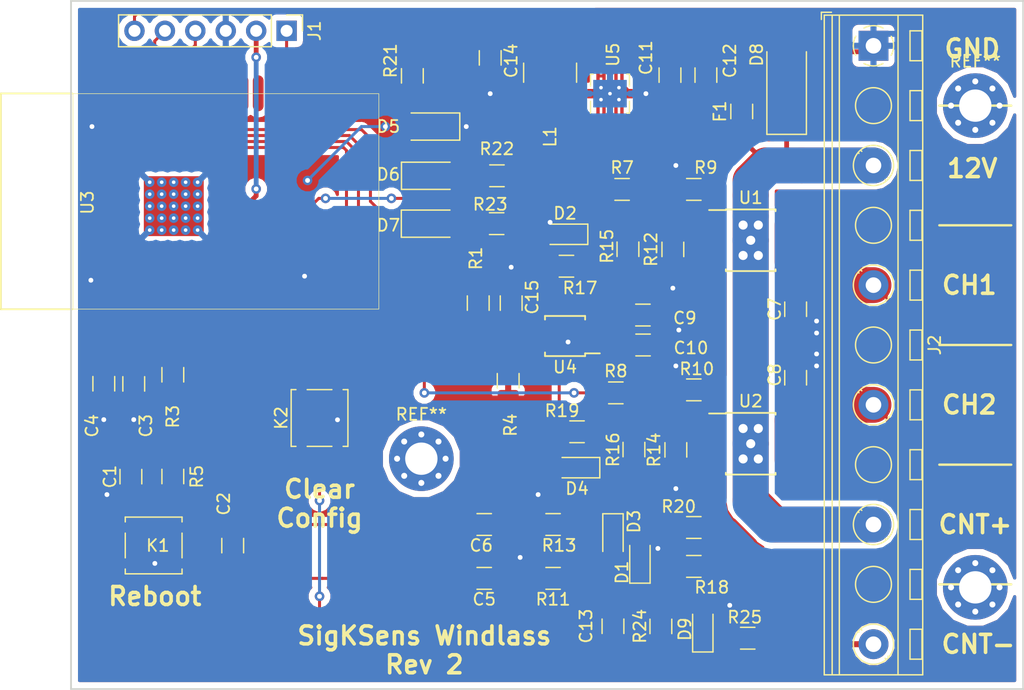
<source format=kicad_pcb>
(kicad_pcb (version 20171130) (host pcbnew "(5.0.1)-3")
  (layers (0 F.Cu signal) (31 B.Cu signal) (34 B.Paste user) (35 F.Paste user) (36 B.SilkS user) (37 F.SilkS user) (38 B.Mask user) (39 F.Mask user) (44 Edge.Cuts user))
  (net 0 "")
  (net 1 /PROG_RST)
  (net 2 /USB_VBUS)
  (net 3 /SCL)
  (net 4 +3V3)
  (net 5 /SDA)
  (net 6 GND)
  (net 7 "Net-(D6-Pad2)")
  (net 8 "Net-(D2-Pad1)")
  (net 9 "Net-(U1-Pad5)")
  (net 10 "Net-(U1-Pad6)")
  (net 11 "Net-(U1-Pad7)")
  (net 12 "Net-(U2-Pad5)")
  (net 13 "Net-(U2-Pad6)")
  (net 14 "Net-(U2-Pad7)")
  (net 15 /CH1_STATUS)
  (net 16 "Net-(R10-Pad2)")
  (net 17 "Net-(R9-Pad2)")
  (net 18 /CH2_EN)
  (net 19 "Net-(R8-Pad2)")
  (net 20 /CH1_EN)
  (net 21 "Net-(R7-Pad2)")
  (net 22 "Net-(C2-Pad1)")
  (net 23 "Net-(L1-Pad1)")
  (net 24 "Net-(U5-Pad4)")
  (net 25 "Net-(U5-Pad6)")
  (net 26 "Net-(U4-Pad2)")
  (net 27 /CH1_SENSE)
  (net 28 /CH2_SENSE)
  (net 29 "Net-(U4-Pad6)")
  (net 30 "Net-(U4-Pad7)")
  (net 31 "Net-(R14-Pad2)")
  (net 32 /CH2_LOAD)
  (net 33 +12V)
  (net 34 "Net-(R12-Pad2)")
  (net 35 /CH1_LOAD)
  (net 36 /WIFI_LED)
  (net 37 "Net-(D5-Pad2)")
  (net 38 "Net-(D4-Pad1)")
  (net 39 /CH2_STATUS)
  (net 40 "Net-(U3-Pad4)")
  (net 41 "Net-(U3-Pad5)")
  (net 42 /STATUS_LED)
  (net 43 /COUNTER_IN)
  (net 44 /COUNTER)
  (net 45 "Net-(D7-Pad2)")
  (net 46 "Net-(U3-Pad37)")
  (net 47 /TX0)
  (net 48 /RX0)
  (net 49 "Net-(U3-Pad32)")
  (net 50 "Net-(U3-Pad31)")
  (net 51 "Net-(U3-Pad28)")
  (net 52 "Net-(U3-Pad27)")
  (net 53 "Net-(U3-Pad26)")
  (net 54 /IO0)
  (net 55 "Net-(U3-Pad24)")
  (net 56 "Net-(U3-Pad23)")
  (net 57 "Net-(U3-Pad22)")
  (net 58 "Net-(U3-Pad21)")
  (net 59 "Net-(U3-Pad20)")
  (net 60 "Net-(U3-Pad19)")
  (net 61 "Net-(U3-Pad18)")
  (net 62 "Net-(U3-Pad17)")
  (net 63 "Net-(U3-Pad9)")
  (net 64 "Net-(U3-Pad8)")
  (net 65 "Net-(K2-Pad1)")
  (net 66 "Net-(U3-Pad7)")
  (net 67 "Net-(U3-Pad6)")
  (module Button_Switch_SMD:SW_SPST_TL3305A (layer F.Cu) (at 141.25 84.85 90)
    (fp_text reference K2 (at 0 -3.2 90) (layer F.SilkS))
    (fp_text value CFGRESET)
    (pad 1 smd rect (at 3.6 -1.5 90) (size 1.6 1.4) (layers F.Cu F.Paste F.Mask) (net 65 "Net-(K2-Pad1)"))
    (pad 1 smd rect (at -3.6 -1.5 90) (size 1.6 1.4) (layers F.Cu F.Paste F.Mask) (net 65 "Net-(K2-Pad1)"))
    (pad 2 smd rect (at 3.6 1.5 90) (size 1.6 1.4) (layers F.Cu F.Paste F.Mask) (net 6 GND))
    (pad 2 smd rect (at -3.6 1.5 90) (size 1.6 1.4) (layers F.Cu F.Paste F.Mask) (net 6 GND))
  )
  (module Capacitor_SMD:C_1206_3216Metric_Pad1.42x1.75mm_HandSolder (layer F.Cu) (at 157.25 75.25 90)
    (fp_text reference C15 (at 0.5 1.75 90) (layer F.SilkS))
    (fp_text value 100nF)
    (pad 1 smd roundrect (at -1.4875 0 90) (size 1.425 1.75) (layers F.Cu F.Paste F.Mask) (roundrect_rratio 0.175439) (net 4 +3V3))
    (pad 2 smd roundrect (at 1.4875 0 90) (size 1.425 1.75) (layers F.Cu F.Paste F.Mask) (roundrect_rratio 0.175439) (net 6 GND))
  )
  (module Package_SO:Infineon_PG-TSDSO-14-22 (layer F.Cu) (at 177.25 70)
    (fp_text reference U1 (at 0 -3.556) (layer F.SilkS))
    (fp_text value BTS7004-1EPP)
    (pad 15 smd rect (at 0 0) (size 2.65 4) (layers F.Cu F.Mask) (net 33 +12V))
    (pad 8 smd rect (at 2.85 -1.95) (size 1.31 0.45) (layers F.Cu F.Paste F.Mask) (net 35 /CH1_LOAD))
    (pad 8 smd rect (at 2.85 -1.3) (size 1.31 0.45) (layers F.Cu F.Paste F.Mask) (net 35 /CH1_LOAD))
    (pad 8 smd rect (at 2.85 -0.65) (size 1.31 0.45) (layers F.Cu F.Paste F.Mask) (net 35 /CH1_LOAD))
    (pad 8 smd rect (at 2.85 0) (size 1.31 0.45) (layers F.Cu F.Paste F.Mask) (net 35 /CH1_LOAD))
    (pad 8 smd rect (at 2.85 0.65) (size 1.31 0.45) (layers F.Cu F.Paste F.Mask) (net 35 /CH1_LOAD))
    (pad 8 smd rect (at 2.85 1.3) (size 1.31 0.45) (layers F.Cu F.Paste F.Mask) (net 35 /CH1_LOAD))
    (pad 8 smd rect (at 2.85 1.95) (size 1.31 0.45) (layers F.Cu F.Paste F.Mask) (net 35 /CH1_LOAD))
    (pad 7 smd rect (at -2.85 1.95) (size 1.31 0.45) (layers F.Cu F.Paste F.Mask) (net 11 "Net-(U1-Pad7)"))
    (pad 6 smd rect (at -2.85 1.3) (size 1.31 0.45) (layers F.Cu F.Paste F.Mask) (net 10 "Net-(U1-Pad6)"))
    (pad 5 smd rect (at -2.85 0.65) (size 1.31 0.45) (layers F.Cu F.Paste F.Mask) (net 9 "Net-(U1-Pad5)"))
    (pad 4 smd rect (at -2.845 0) (size 1.31 0.45) (layers F.Cu F.Paste F.Mask) (net 34 "Net-(R12-Pad2)"))
    (pad 3 smd rect (at -2.85 -0.65) (size 1.31 0.45) (layers F.Cu F.Paste F.Mask) (net 21 "Net-(R7-Pad2)"))
    (pad 2 smd rect (at -2.85 -1.3) (size 1.31 0.45) (layers F.Cu F.Paste F.Mask) (net 21 "Net-(R7-Pad2)"))
    (pad 1 smd rect (at -2.85 -1.95) (size 1.31 0.45) (layers F.Cu F.Paste F.Mask) (net 17 "Net-(R9-Pad2)"))
    (pad 15 thru_hole circle (at -0.635 -1.27) (size 1.524 1.524) (drill 0.762) (layers *.Cu *.Mask) (net 33 +12V))
    (pad 15 thru_hole circle (at 0.635 -1.27) (size 1.524 1.524) (drill 0.762) (layers *.Cu *.Mask) (net 33 +12V))
    (pad 15 thru_hole circle (at 0 0) (size 1.524 1.524) (drill 0.762) (layers *.Cu *.Mask) (net 33 +12V))
    (pad 15 thru_hole circle (at -0.635 1.27) (size 1.524 1.524) (drill 0.762) (layers *.Cu *.Mask) (net 33 +12V))
    (pad 15 thru_hole circle (at 0.635 1.27) (size 1.524 1.524) (drill 0.762) (layers *.Cu *.Mask) (net 33 +12V))
  )
  (module Package_SO:Infineon_PG-TSDSO-14-22 (layer F.Cu) (at 177.25 87)
    (fp_text reference U2 (at 0 -3.556) (layer F.SilkS))
    (fp_text value BTS7004-1EPP)
    (pad 1 smd rect (at -2.85 -1.95) (size 1.31 0.45) (layers F.Cu F.Paste F.Mask) (net 16 "Net-(R10-Pad2)"))
    (pad 2 smd rect (at -2.85 -1.3) (size 1.31 0.45) (layers F.Cu F.Paste F.Mask) (net 19 "Net-(R8-Pad2)"))
    (pad 3 smd rect (at -2.85 -0.65) (size 1.31 0.45) (layers F.Cu F.Paste F.Mask) (net 19 "Net-(R8-Pad2)"))
    (pad 4 smd rect (at -2.845 0) (size 1.31 0.45) (layers F.Cu F.Paste F.Mask) (net 31 "Net-(R14-Pad2)"))
    (pad 5 smd rect (at -2.85 0.65) (size 1.31 0.45) (layers F.Cu F.Paste F.Mask) (net 12 "Net-(U2-Pad5)"))
    (pad 6 smd rect (at -2.85 1.3) (size 1.31 0.45) (layers F.Cu F.Paste F.Mask) (net 13 "Net-(U2-Pad6)"))
    (pad 7 smd rect (at -2.85 1.95) (size 1.31 0.45) (layers F.Cu F.Paste F.Mask) (net 14 "Net-(U2-Pad7)"))
    (pad 8 smd rect (at 2.85 1.95) (size 1.31 0.45) (layers F.Cu F.Paste F.Mask) (net 32 /CH2_LOAD))
    (pad 8 smd rect (at 2.85 1.3) (size 1.31 0.45) (layers F.Cu F.Paste F.Mask) (net 32 /CH2_LOAD))
    (pad 8 smd rect (at 2.85 0.65) (size 1.31 0.45) (layers F.Cu F.Paste F.Mask) (net 32 /CH2_LOAD))
    (pad 8 smd rect (at 2.85 0) (size 1.31 0.45) (layers F.Cu F.Paste F.Mask) (net 32 /CH2_LOAD))
    (pad 8 smd rect (at 2.85 -0.65) (size 1.31 0.45) (layers F.Cu F.Paste F.Mask) (net 32 /CH2_LOAD))
    (pad 8 smd rect (at 2.85 -1.3) (size 1.31 0.45) (layers F.Cu F.Paste F.Mask) (net 32 /CH2_LOAD))
    (pad 8 smd rect (at 2.85 -1.95) (size 1.31 0.45) (layers F.Cu F.Paste F.Mask) (net 32 /CH2_LOAD))
    (pad 15 smd rect (at 0 0) (size 2.65 4) (layers F.Cu F.Mask) (net 33 +12V))
    (pad 15 thru_hole circle (at -0.635 -1.27) (size 1.524 1.524) (drill 0.762) (layers *.Cu *.Mask) (net 33 +12V))
    (pad 15 thru_hole circle (at 0 0) (size 1.524 1.524) (drill 0.762) (layers *.Cu *.Mask) (net 33 +12V))
    (pad 15 thru_hole circle (at -0.635 1.27) (size 1.524 1.524) (drill 0.762) (layers *.Cu *.Mask) (net 33 +12V))
    (pad 15 thru_hole circle (at 0.635 -1.27) (size 1.524 1.524) (drill 0.762) (layers *.Cu *.Mask) (net 33 +12V))
    (pad 15 thru_hole circle (at 0.635 1.27) (size 1.524 1.524) (drill 0.762) (layers *.Cu *.Mask) (net 33 +12V))
  )
  (module TerminalBlock_RND:TerminalBlock_RND_205-00302_1x06_P10.00mm_Horizontal (layer F.Cu) (at 187.5 53.75 270)
    (fp_text reference J2 (at 25 -5.11 270) (layer F.SilkS))
    (fp_text value Screw_Terminal_01x06)
    (pad 1 thru_hole rect (at 0 0 270) (size 2.5 2.5) (drill 1.3) (layers *.Cu *.Mask) (net 6 GND))
    (pad 2 thru_hole circle (at 10 0 270) (size 2.5 2.5) (drill 1.3) (layers *.Cu *.Mask) (net 33 +12V))
    (pad 3 thru_hole circle (at 20 0 270) (size 2.5 2.5) (drill 1.3) (layers *.Cu *.Mask) (net 35 /CH1_LOAD))
    (pad 4 thru_hole circle (at 30 0 270) (size 2.5 2.5) (drill 1.3) (layers *.Cu *.Mask) (net 32 /CH2_LOAD))
    (pad 5 thru_hole circle (at 40 0 270) (size 2.5 2.5) (drill 1.3) (layers *.Cu *.Mask) (net 33 +12V))
    (pad 6 thru_hole circle (at 50 0 270) (size 2.5 2.5) (drill 1.3) (layers *.Cu *.Mask) (net 43 /COUNTER_IN))
  )
  (module Capacitor_SMD:C_1206_3216Metric_Pad1.42x1.75mm_HandSolder (layer F.Cu) (at 125.5 89.75 270)
    (fp_text reference C1 (at 0 1.75 270) (layer F.SilkS))
    (fp_text value 100nF)
    (pad 1 smd roundrect (at -1.4875 0 270) (size 1.425 1.75) (layers F.Cu F.Paste F.Mask) (roundrect_rratio 0.175439) (net 1 /PROG_RST))
    (pad 2 smd roundrect (at 1.4875 0 270) (size 1.425 1.75) (layers F.Cu F.Paste F.Mask) (roundrect_rratio 0.175439) (net 6 GND))
  )
  (module Button_Switch_SMD:SW_SPST_TL3305A (layer F.Cu) (at 127.4 95.5)
    (fp_text reference K1 (at 0.35 0.006588) (layer F.SilkS))
    (fp_text value RESET)
    (pad 1 smd rect (at 3.6 -1.5) (size 1.6 1.4) (layers F.Cu F.Paste F.Mask) (net 22 "Net-(C2-Pad1)"))
    (pad 1 smd rect (at -3.6 -1.5) (size 1.6 1.4) (layers F.Cu F.Paste F.Mask) (net 22 "Net-(C2-Pad1)"))
    (pad 2 smd rect (at 3.6 1.5) (size 1.6 1.4) (layers F.Cu F.Paste F.Mask) (net 6 GND))
    (pad 2 smd rect (at -3.6 1.5) (size 1.6 1.4) (layers F.Cu F.Paste F.Mask) (net 6 GND))
  )
  (module Capacitor_SMD:C_1206_3216Metric_Pad1.42x1.75mm_HandSolder (layer F.Cu) (at 155.5 54.7625 270)
    (fp_text reference C14 (at 0.2375 -1.75 270) (layer F.SilkS))
    (fp_text value 47uf)
    (pad 1 smd roundrect (at -1.4875 0 270) (size 1.425 1.75) (layers F.Cu F.Paste F.Mask) (roundrect_rratio 0.175439) (net 4 +3V3))
    (pad 2 smd roundrect (at 1.4875 0 270) (size 1.425 1.75) (layers F.Cu F.Paste F.Mask) (roundrect_rratio 0.175439) (net 6 GND))
  )
  (module Capacitor_SMD:C_1206_3216Metric_Pad1.42x1.75mm_HandSolder (layer F.Cu) (at 173.509131 56.201376 90)
    (fp_text reference C12 (at 1.201376 2 90) (layer F.SilkS))
    (fp_text value 4.7uF/50V)
    (pad 2 smd roundrect (at 1.4875 0 90) (size 1.425 1.75) (layers F.Cu F.Paste F.Mask) (roundrect_rratio 0.175439) (net 6 GND))
    (pad 1 smd roundrect (at -1.4875 0 90) (size 1.425 1.75) (layers F.Cu F.Paste F.Mask) (roundrect_rratio 0.175439) (net 2 /USB_VBUS))
  )
  (module Capacitor_SMD:C_1206_3216Metric_Pad1.42x1.75mm_HandSolder (layer F.Cu) (at 170.509131 56.201376 90)
    (fp_text reference C11 (at 1.451376 -2.009131 90) (layer F.SilkS))
    (fp_text value 10nf)
    (pad 1 smd roundrect (at -1.4875 0 90) (size 1.425 1.75) (layers F.Cu F.Paste F.Mask) (roundrect_rratio 0.175439) (net 2 /USB_VBUS))
    (pad 2 smd roundrect (at 1.4875 0 90) (size 1.425 1.75) (layers F.Cu F.Paste F.Mask) (roundrect_rratio 0.175439) (net 6 GND))
  )
  (module Capacitor_SMD:C_1206_3216Metric_Pad1.42x1.75mm_HandSolder (layer F.Cu) (at 168.2625 78.75)
    (fp_text reference C10 (at 4 0.25) (layer F.SilkS))
    (fp_text value 220pF)
    (pad 2 smd roundrect (at 1.4875 0) (size 1.425 1.75) (layers F.Cu F.Paste F.Mask) (roundrect_rratio 0.175439) (net 6 GND))
    (pad 1 smd roundrect (at -1.4875 0) (size 1.425 1.75) (layers F.Cu F.Paste F.Mask) (roundrect_rratio 0.175439) (net 28 /CH2_SENSE))
  )
  (module Capacitor_SMD:C_1206_3216Metric_Pad1.42x1.75mm_HandSolder (layer F.Cu) (at 168.25 76.25)
    (fp_text reference C9 (at 3.5 0.25) (layer F.SilkS))
    (fp_text value 220pF)
    (pad 1 smd roundrect (at -1.4875 0) (size 1.425 1.75) (layers F.Cu F.Paste F.Mask) (roundrect_rratio 0.175439) (net 27 /CH1_SENSE))
    (pad 2 smd roundrect (at 1.4875 0) (size 1.425 1.75) (layers F.Cu F.Paste F.Mask) (roundrect_rratio 0.175439) (net 6 GND))
  )
  (module Capacitor_SMD:C_1206_3216Metric_Pad1.42x1.75mm_HandSolder (layer F.Cu) (at 181 81.4875 90)
    (fp_text reference C8 (at 0.2375 -1.75 90) (layer F.SilkS))
    (fp_text value 10nf)
    (pad 2 smd roundrect (at 1.4875 0 90) (size 1.425 1.75) (layers F.Cu F.Paste F.Mask) (roundrect_rratio 0.175439) (net 6 GND))
    (pad 1 smd roundrect (at -1.4875 0 90) (size 1.425 1.75) (layers F.Cu F.Paste F.Mask) (roundrect_rratio 0.175439) (net 32 /CH2_LOAD))
  )
  (module Capacitor_SMD:C_1206_3216Metric_Pad1.42x1.75mm_HandSolder (layer F.Cu) (at 181 75.7625 270)
    (fp_text reference C7 (at 0 1.75 270) (layer F.SilkS))
    (fp_text value 10nf)
    (pad 1 smd roundrect (at -1.4875 0 270) (size 1.425 1.75) (layers F.Cu F.Paste F.Mask) (roundrect_rratio 0.175439) (net 35 /CH1_LOAD))
    (pad 2 smd roundrect (at 1.4875 0 270) (size 1.425 1.75) (layers F.Cu F.Paste F.Mask) (roundrect_rratio 0.175439) (net 6 GND))
  )
  (module Capacitor_SMD:C_1206_3216Metric_Pad1.42x1.75mm_HandSolder (layer F.Cu) (at 134 95.5125 270)
    (fp_text reference C2 (at -3.4875 0.75 270) (layer F.SilkS))
    (fp_text value 100nF)
    (pad 2 smd roundrect (at 1.4875 0 270) (size 1.425 1.75) (layers F.Cu F.Paste F.Mask) (roundrect_rratio 0.175439) (net 6 GND))
    (pad 1 smd roundrect (at -1.4875 0 270) (size 1.425 1.75) (layers F.Cu F.Paste F.Mask) (roundrect_rratio 0.175439) (net 22 "Net-(C2-Pad1)"))
  )
  (module Capacitor_SMD:C_1206_3216Metric_Pad1.42x1.75mm_HandSolder (layer F.Cu) (at 125.7375 82 90)
    (fp_text reference C3 (at -3.5 1.0125 90) (layer F.SilkS))
    (fp_text value 100nF)
    (pad 1 smd roundrect (at -1.4875 0 90) (size 1.425 1.75) (layers F.Cu F.Paste F.Mask) (roundrect_rratio 0.175439) (net 6 GND))
    (pad 2 smd roundrect (at 1.4875 0 90) (size 1.425 1.75) (layers F.Cu F.Paste F.Mask) (roundrect_rratio 0.175439) (net 4 +3V3))
  )
  (module Capacitor_SMD:C_1206_3216Metric_Pad1.42x1.75mm_HandSolder (layer F.Cu) (at 123.2375 81.9875 90)
    (fp_text reference C4 (at -3.5125 -0.9875 90) (layer F.SilkS))
    (fp_text value 10uF)
    (pad 2 smd roundrect (at 1.4875 0 90) (size 1.425 1.75) (layers F.Cu F.Paste F.Mask) (roundrect_rratio 0.175439) (net 4 +3V3))
    (pad 1 smd roundrect (at -1.4875 0 90) (size 1.425 1.75) (layers F.Cu F.Paste F.Mask) (roundrect_rratio 0.175439) (net 6 GND))
  )
  (module Capacitor_SMD:C_1206_3216Metric_Pad1.42x1.75mm_HandSolder (layer F.Cu) (at 165.75 102.25 90)
    (fp_text reference C13 (at 0.0125 -2.25 90) (layer F.SilkS))
    (fp_text value 220pF)
    (pad 1 smd roundrect (at -1.4875 0 90) (size 1.425 1.75) (layers F.Cu F.Paste F.Mask) (roundrect_rratio 0.175439) (net 44 /COUNTER))
    (pad 2 smd roundrect (at 1.4875 0 90) (size 1.425 1.75) (layers F.Cu F.Paste F.Mask) (roundrect_rratio 0.175439) (net 6 GND))
  )
  (module Capacitor_SMD:C_1206_3216Metric_Pad1.42x1.75mm_HandSolder (layer F.Cu) (at 155 98.25)
    (fp_text reference C5 (at 0 1.75) (layer F.SilkS))
    (fp_text value 220pF)
    (pad 2 smd roundrect (at 1.4875 0) (size 1.425 1.75) (layers F.Cu F.Paste F.Mask) (roundrect_rratio 0.175439) (net 6 GND))
    (pad 1 smd roundrect (at -1.4875 0) (size 1.425 1.75) (layers F.Cu F.Paste F.Mask) (roundrect_rratio 0.175439) (net 15 /CH1_STATUS))
  )
  (module Capacitor_SMD:C_1206_3216Metric_Pad1.42x1.75mm_HandSolder (layer F.Cu) (at 155 93.75)
    (fp_text reference C6 (at -0.25 1.75) (layer F.SilkS))
    (fp_text value 220pF)
    (pad 1 smd roundrect (at -1.4875 0) (size 1.425 1.75) (layers F.Cu F.Paste F.Mask) (roundrect_rratio 0.175439) (net 39 /CH2_STATUS))
    (pad 2 smd roundrect (at 1.4875 0) (size 1.425 1.75) (layers F.Cu F.Paste F.Mask) (roundrect_rratio 0.175439) (net 6 GND))
  )
  (module Connector_PinHeader_2.54mm:PinHeader_1x06_P2.54mm_Vertical (layer F.Cu) (at 138.5 52.5 270)
    (fp_text reference J1 (at 0 -2.33 270) (layer F.SilkS))
    (fp_text value Conn_01x06)
    (pad 1 thru_hole rect (at 0 0 270) (size 1.7 1.7) (drill 1) (layers *.Cu *.Mask) (net 54 /IO0))
    (pad 2 thru_hole oval (at 0 2.54 270) (size 1.7 1.7) (drill 1) (layers *.Cu *.Mask) (net 1 /PROG_RST))
    (pad 3 thru_hole oval (at 0 5.08 270) (size 1.7 1.7) (drill 1) (layers *.Cu *.Mask) (net 6 GND))
    (pad 4 thru_hole oval (at 0 7.62 270) (size 1.7 1.7) (drill 1) (layers *.Cu *.Mask) (net 48 /RX0))
    (pad 5 thru_hole oval (at 0 10.16 270) (size 1.7 1.7) (drill 1) (layers *.Cu *.Mask) (net 47 /TX0))
    (pad 6 thru_hole oval (at 0 12.7 270) (size 1.7 1.7) (drill 1) (layers *.Cu *.Mask) (net 2 /USB_VBUS))
  )
  (module Diode_SMD:D_SMA_Handsoldering (layer F.Cu) (at 180.25 56.75 90)
    (fp_text reference D8 (at 2.25 -2.5 90) (layer F.SilkS))
    (fp_text value SMAJ36CA)
    (pad 1 smd rect (at -2.5 0 90) (size 3.5 1.8) (layers F.Cu F.Paste F.Mask) (net 33 +12V))
    (pad 2 smd rect (at 2.5 0 90) (size 3.5 1.8) (layers F.Cu F.Paste F.Mask) (net 6 GND))
  )
  (module Diode_SMD:D_SOD-323_HandSoldering (layer F.Cu) (at 173.25 102.5 90)
    (fp_text reference D9 (at 0 -1.5 90) (layer F.SilkS))
    (fp_text value 3.3V)
    (pad 1 smd rect (at -1.25 0 90) (size 1 1) (layers F.Cu F.Paste F.Mask) (net 44 /COUNTER))
    (pad 2 smd rect (at 1.25 0 90) (size 1 1) (layers F.Cu F.Paste F.Mask) (net 6 GND))
  )
  (module Fuse:Fuse_1206_3216Metric_Pad1.42x1.75mm_HandSolder (layer F.Cu) (at 176.5 59.2375 90)
    (fp_text reference F1 (at 0 -1.82 90) (layer F.SilkS))
    (fp_text value 450mA/48V)
    (pad 1 smd roundrect (at -1.4875 0 90) (size 1.425 1.75) (layers F.Cu F.Paste F.Mask) (roundrect_rratio 0.175439) (net 33 +12V))
    (pad 2 smd roundrect (at 1.4875 0 90) (size 1.425 1.75) (layers F.Cu F.Paste F.Mask) (roundrect_rratio 0.175439) (net 2 /USB_VBUS))
  )
  (module Inductor_SMD:L_2816_7142Metric_Pad3.20x4.45mm_HandSolder (layer F.Cu) (at 160.5 56 90)
    (fp_text reference L1 (at -5.35 0 90) (layer F.SilkS))
    (fp_text value 4.7uH)
    (pad 1 smd roundrect (at -2.6 0 90) (size 3.2 4.45) (layers F.Cu F.Paste F.Mask) (roundrect_rratio 0.078125) (net 23 "Net-(L1-Pad1)"))
    (pad 2 smd roundrect (at 2.6 0 90) (size 3.2 4.45) (layers F.Cu F.Paste F.Mask) (roundrect_rratio 0.078125) (net 4 +3V3))
  )
  (module LED_SMD:LED_1206_3216Metric_Pad1.42x1.75mm_HandSolder (layer F.Cu) (at 150.5 60.5 180)
    (fp_text reference D5 (at 3.5 0 180) (layer F.SilkS))
    (fp_text value PWR_LED)
    (pad 1 smd roundrect (at -1.4875 0 180) (size 1.425 1.75) (layers F.Cu F.Paste F.Mask) (roundrect_rratio 0.175439) (net 6 GND))
    (pad 2 smd roundrect (at 1.4875 0 180) (size 1.425 1.75) (layers F.Cu F.Paste F.Mask) (roundrect_rratio 0.175439) (net 37 "Net-(D5-Pad2)"))
  )
  (module LED_SMD:LED_1206_3216Metric_Pad1.42x1.75mm_HandSolder (layer F.Cu) (at 150.550945 64.612183)
    (fp_text reference D6 (at -3.550945 -0.112183) (layer F.SilkS))
    (fp_text value LED_WIFI)
    (pad 2 smd roundrect (at 1.4875 0) (size 1.425 1.75) (layers F.Cu F.Paste F.Mask) (roundrect_rratio 0.175439) (net 7 "Net-(D6-Pad2)"))
    (pad 1 smd roundrect (at -1.4875 0) (size 1.425 1.75) (layers F.Cu F.Paste F.Mask) (roundrect_rratio 0.175439) (net 36 /WIFI_LED))
  )
  (module LED_SMD:LED_1206_3216Metric_Pad1.42x1.75mm_HandSolder (layer F.Cu) (at 150.538445 68.612183)
    (fp_text reference D7 (at -3.538445 0.137817) (layer F.SilkS))
    (fp_text value LED_STATUS)
    (pad 1 smd roundrect (at -1.4875 0) (size 1.425 1.75) (layers F.Cu F.Paste F.Mask) (roundrect_rratio 0.175439) (net 42 /STATUS_LED))
    (pad 2 smd roundrect (at 1.4875 0) (size 1.425 1.75) (layers F.Cu F.Paste F.Mask) (roundrect_rratio 0.175439) (net 45 "Net-(D7-Pad2)"))
  )
  (module Package_SO:MSOP-10_3x3mm_P0.5mm (layer F.Cu) (at 161.75 78 180)
    (fp_text reference U4 (at 0 -2.6 180) (layer F.SilkS))
    (fp_text value ADS1015IDGS)
    (pad 1 smd rect (at -2.2 -1 180) (size 1.4 0.3) (layers F.Cu F.Paste F.Mask) (net 6 GND))
    (pad 2 smd rect (at -2.2 -0.5 180) (size 1.4 0.3) (layers F.Cu F.Paste F.Mask) (net 26 "Net-(U4-Pad2)"))
    (pad 3 smd rect (at -2.2 0 180) (size 1.4 0.3) (layers F.Cu F.Paste F.Mask) (net 6 GND))
    (pad 4 smd rect (at -2.2 0.5 180) (size 1.4 0.3) (layers F.Cu F.Paste F.Mask) (net 28 /CH2_SENSE))
    (pad 5 smd rect (at -2.2 1 180) (size 1.4 0.3) (layers F.Cu F.Paste F.Mask) (net 27 /CH1_SENSE))
    (pad 6 smd rect (at 2.2 1 180) (size 1.4 0.3) (layers F.Cu F.Paste F.Mask) (net 29 "Net-(U4-Pad6)"))
    (pad 7 smd rect (at 2.2 0.5 180) (size 1.4 0.3) (layers F.Cu F.Paste F.Mask) (net 30 "Net-(U4-Pad7)"))
    (pad 8 smd rect (at 2.2 0 180) (size 1.4 0.3) (layers F.Cu F.Paste F.Mask) (net 4 +3V3))
    (pad 9 smd rect (at 2.2 -0.5 180) (size 1.4 0.3) (layers F.Cu F.Paste F.Mask) (net 5 /SDA))
    (pad 10 smd rect (at 2.2 -1 180) (size 1.4 0.3) (layers F.Cu F.Paste F.Mask) (net 3 /SCL))
  )
  (module RF_Module:ESP32-WROVER (layer F.Cu) (at 121.25 66.75 90)
    (fp_text reference U3 (at -0.1 0.62 90) (layer F.SilkS))
    (fp_text value ESP32-WROVER hide)
    (pad 39 thru_hole circle (at 1.6 5.82 90) (size 0.8 0.8) (drill 0.3) (layers *.Cu *.Mask) (net 6 GND))
    (pad 39 thru_hole circle (at 1.6 6.82 90) (size 0.8 0.8) (drill 0.3) (layers *.Cu *.Mask) (net 6 GND))
    (pad 39 thru_hole circle (at 1.6 7.82 90) (size 0.8 0.8) (drill 0.3) (layers *.Cu *.Mask) (net 6 GND))
    (pad 39 thru_hole circle (at 1.6 8.82 90) (size 0.8 0.8) (drill 0.3) (layers *.Cu *.Mask) (net 6 GND))
    (pad 39 thru_hole circle (at 1.6 9.82 90) (size 0.8 0.8) (drill 0.3) (layers *.Cu *.Mask) (net 6 GND))
    (pad 39 thru_hole circle (at -0.4 5.82 90) (size 0.8 0.8) (drill 0.3) (layers *.Cu *.Mask) (net 6 GND))
    (pad 39 thru_hole circle (at -0.4 6.82 90) (size 0.8 0.8) (drill 0.3) (layers *.Cu *.Mask) (net 6 GND))
    (pad 39 thru_hole circle (at -0.4 7.82 90) (size 0.8 0.8) (drill 0.3) (layers *.Cu *.Mask) (net 6 GND))
    (pad 39 thru_hole circle (at -0.4 8.82 90) (size 0.8 0.8) (drill 0.3) (layers *.Cu *.Mask) (net 6 GND))
    (pad 39 thru_hole circle (at -0.4 9.82 90) (size 0.8 0.8) (drill 0.3) (layers *.Cu *.Mask) (net 6 GND))
    (pad 39 thru_hole circle (at 0.6 9.82 90) (size 0.8 0.8) (drill 0.3) (layers *.Cu *.Mask) (net 6 GND))
    (pad 39 thru_hole circle (at 0.6 8.82 90) (size 0.8 0.8) (drill 0.3) (layers *.Cu *.Mask) (net 6 GND))
    (pad 39 thru_hole circle (at 0.6 7.82 90) (size 0.8 0.8) (drill 0.3) (layers *.Cu *.Mask) (net 6 GND))
    (pad 39 thru_hole circle (at 0.6 6.82 90) (size 0.8 0.8) (drill 0.3) (layers *.Cu *.Mask) (net 6 GND))
    (pad 39 thru_hole circle (at 0.6 5.82 90) (size 0.8 0.8) (drill 0.3) (layers *.Cu *.Mask) (net 6 GND))
    (pad 39 thru_hole circle (at -1.4 5.82 90) (size 0.8 0.8) (drill 0.3) (layers *.Cu *.Mask) (net 6 GND))
    (pad 39 thru_hole circle (at -1.4 6.82 90) (size 0.8 0.8) (drill 0.3) (layers *.Cu *.Mask) (net 6 GND))
    (pad 39 thru_hole circle (at -1.4 7.82 90) (size 0.8 0.8) (drill 0.3) (layers *.Cu *.Mask) (net 6 GND))
    (pad 39 thru_hole circle (at -1.4 8.82 90) (size 0.8 0.8) (drill 0.3) (layers *.Cu *.Mask) (net 6 GND))
    (pad 39 thru_hole circle (at -1.4 9.82 90) (size 0.8 0.8) (drill 0.3) (layers *.Cu *.Mask) (net 6 GND))
    (pad 39 thru_hole circle (at -2.4 9.82 90) (size 0.8 0.8) (drill 0.3) (layers *.Cu *.Mask) (net 6 GND))
    (pad 39 thru_hole circle (at -2.4 8.82 90) (size 0.8 0.8) (drill 0.3) (layers *.Cu *.Mask) (net 6 GND))
    (pad 39 thru_hole circle (at -2.4 7.82 90) (size 0.8 0.8) (drill 0.3) (layers *.Cu *.Mask) (net 6 GND))
    (pad 39 thru_hole circle (at -2.4 6.82 90) (size 0.8 0.8) (drill 0.3) (layers *.Cu *.Mask) (net 6 GND))
    (pad 38 smd oval (at 9.03 0.91 90) (size 3 0.9) (layers F.Cu F.Paste F.Mask) (net 6 GND))
    (pad 37 smd oval (at 9.03 2.18 90) (size 3 0.9) (layers F.Cu F.Paste F.Mask) (net 46 "Net-(U3-Pad37)"))
    (pad 36 smd oval (at 9.03 3.45 90) (size 3 0.9) (layers F.Cu F.Paste F.Mask) (net 3 /SCL))
    (pad 35 smd oval (at 9.03 4.72 90) (size 3 0.9) (layers F.Cu F.Paste F.Mask) (net 47 /TX0))
    (pad 34 smd oval (at 9.03 5.99 90) (size 3 0.9) (layers F.Cu F.Paste F.Mask) (net 48 /RX0))
    (pad 33 smd oval (at 9.03 7.26 90) (size 3 0.9) (layers F.Cu F.Paste F.Mask) (net 5 /SDA))
    (pad 32 smd oval (at 9.03 8.53 90) (size 3 0.9) (layers F.Cu F.Paste F.Mask) (net 49 "Net-(U3-Pad32)"))
    (pad 31 smd oval (at 9.03 9.8 90) (size 3 0.9) (layers F.Cu F.Paste F.Mask) (net 50 "Net-(U3-Pad31)"))
    (pad 30 smd oval (at 9.03 11.07 90) (size 3 0.9) (layers F.Cu F.Paste F.Mask) (net 42 /STATUS_LED))
    (pad 29 smd oval (at 9.03 12.34 90) (size 3 0.9) (layers F.Cu F.Paste F.Mask) (net 36 /WIFI_LED))
    (pad 28 smd oval (at 9.03 13.61 90) (size 3 0.9) (layers F.Cu F.Paste F.Mask) (net 51 "Net-(U3-Pad28)"))
    (pad 27 smd oval (at 9.03 14.88 90) (size 3 0.9) (layers F.Cu F.Paste F.Mask) (net 52 "Net-(U3-Pad27)"))
    (pad 26 smd oval (at 9.03 16.15 90) (size 3 0.9) (layers F.Cu F.Paste F.Mask) (net 53 "Net-(U3-Pad26)"))
    (pad 25 smd oval (at 9.03 17.42 90) (size 3 0.9) (layers F.Cu F.Paste F.Mask) (net 54 /IO0))
    (pad 24 smd oval (at 9 18.72 90) (size 3 0.9) (layers F.Cu F.Paste F.Mask) (net 55 "Net-(U3-Pad24)"))
    (pad 23 smd oval (at 9 19.99 90) (size 3 0.9) (layers F.Cu F.Paste F.Mask) (net 56 "Net-(U3-Pad23)"))
    (pad 22 smd oval (at 9 21.26 90) (size 3 0.9) (layers F.Cu F.Paste F.Mask) (net 57 "Net-(U3-Pad22)"))
    (pad 21 smd oval (at 9 22.53 90) (size 3 0.9) (layers F.Cu F.Paste F.Mask) (net 58 "Net-(U3-Pad21)"))
    (pad 20 smd oval (at 9 23.8 90) (size 3 0.9) (layers F.Cu F.Paste F.Mask) (net 59 "Net-(U3-Pad20)"))
    (pad 19 smd oval (at -9 23.8 90) (size 3 0.9) (layers F.Cu F.Paste F.Mask) (net 60 "Net-(U3-Pad19)"))
    (pad 18 smd oval (at -9 22.53 90) (size 3 0.9) (layers F.Cu F.Paste F.Mask) (net 61 "Net-(U3-Pad18)"))
    (pad 17 smd oval (at -9 21.26 90) (size 3 0.9) (layers F.Cu F.Paste F.Mask) (net 62 "Net-(U3-Pad17)"))
    (pad 16 smd oval (at -9 19.99 90) (size 3 0.9) (layers F.Cu F.Paste F.Mask) (net 44 /COUNTER))
    (pad 15 smd oval (at -9 18.72 90) (size 3 0.9) (layers F.Cu F.Paste F.Mask) (net 6 GND))
    (pad 14 smd oval (at -9 17.42 90) (size 3 0.9) (layers F.Cu F.Paste F.Mask) (net 65 "Net-(K2-Pad1)"))
    (pad 13 smd oval (at -9 16.15 90) (size 3 0.9) (layers F.Cu F.Paste F.Mask) (net 18 /CH2_EN))
    (pad 12 smd oval (at -9 14.88 90) (size 3 0.9) (layers F.Cu F.Paste F.Mask) (net 39 /CH2_STATUS))
    (pad 11 smd oval (at -9 13.61 90) (size 3 0.9) (layers F.Cu F.Paste F.Mask) (net 20 /CH1_EN))
    (pad 10 smd oval (at -9 12.34 90) (size 3 0.9) (layers F.Cu F.Paste F.Mask) (net 15 /CH1_STATUS))
    (pad 9 smd oval (at -9 11.07 90) (size 3 0.9) (layers F.Cu F.Paste F.Mask) (net 63 "Net-(U3-Pad9)"))
    (pad 8 smd oval (at -9 9.8 90) (size 3 0.9) (layers F.Cu F.Paste F.Mask) (net 64 "Net-(U3-Pad8)"))
    (pad 7 smd oval (at -9 8.53 90) (size 3 0.9) (layers F.Cu F.Paste F.Mask) (net 66 "Net-(U3-Pad7)"))
    (pad 6 smd oval (at -9 7.26 90) (size 3 0.9) (layers F.Cu F.Paste F.Mask) (net 67 "Net-(U3-Pad6)"))
    (pad 5 smd oval (at -9 5.99 90) (size 3 0.9) (layers F.Cu F.Paste F.Mask) (net 41 "Net-(U3-Pad5)"))
    (pad 4 smd oval (at -9 4.72 90) (size 3 0.9) (layers F.Cu F.Paste F.Mask) (net 40 "Net-(U3-Pad4)"))
    (pad 3 smd oval (at -9 3.45 90) (size 3 0.9) (layers F.Cu F.Paste F.Mask) (net 1 /PROG_RST))
    (pad 2 smd oval (at -9 2.18 90) (size 3 0.9) (layers F.Cu F.Paste F.Mask) (net 4 +3V3))
    (pad 1 smd oval (at -9 0.91 90) (size 3 0.9) (layers F.Cu F.Paste F.Mask) (net 6 GND))
    (pad 39 smd rect (at -0.4 7.83 90) (size 5 5) (layers F.Cu F.Paste F.Mask) (net 6 GND))
    (pad 39 thru_hole circle (at -2.4 5.82 90) (size 0.8 0.8) (drill 0.3) (layers *.Cu *.Mask) (net 6 GND))
  )
  (module Resistor_SMD:R_1206_3216Metric_Pad1.42x1.75mm_HandSolder (layer F.Cu) (at 169.75 102.2625 270)
    (fp_text reference R24 (at -0.0125 1.75 270) (layer F.SilkS))
    (fp_text value 10k)
    (pad 2 smd roundrect (at 1.4875 0 270) (size 1.425 1.75) (layers F.Cu F.Paste F.Mask) (roundrect_rratio 0.175439) (net 44 /COUNTER))
    (pad 1 smd roundrect (at -1.4875 0 270) (size 1.425 1.75) (layers F.Cu F.Paste F.Mask) (roundrect_rratio 0.175439) (net 6 GND))
  )
  (module Resistor_SMD:R_1206_3216Metric_Pad1.42x1.75mm_HandSolder (layer F.Cu) (at 156.038445 68.612183)
    (fp_text reference R23 (at -0.538445 -1.612183) (layer F.SilkS))
    (fp_text value 470)
    (pad 1 smd roundrect (at -1.4875 0) (size 1.425 1.75) (layers F.Cu F.Paste F.Mask) (roundrect_rratio 0.175439) (net 45 "Net-(D7-Pad2)"))
    (pad 2 smd roundrect (at 1.4875 0) (size 1.425 1.75) (layers F.Cu F.Paste F.Mask) (roundrect_rratio 0.175439) (net 4 +3V3))
  )
  (module Resistor_SMD:R_1206_3216Metric_Pad1.42x1.75mm_HandSolder (layer F.Cu) (at 156.063445 64.612183)
    (fp_text reference R22 (at -0.0125 -2.25) (layer F.SilkS))
    (fp_text value 470)
    (pad 2 smd roundrect (at 1.4875 0) (size 1.425 1.75) (layers F.Cu F.Paste F.Mask) (roundrect_rratio 0.175439) (net 4 +3V3))
    (pad 1 smd roundrect (at -1.4875 0) (size 1.425 1.75) (layers F.Cu F.Paste F.Mask) (roundrect_rratio 0.175439) (net 7 "Net-(D6-Pad2)"))
  )
  (module Resistor_SMD:R_1206_3216Metric_Pad1.42x1.75mm_HandSolder (layer F.Cu) (at 149 56.2625 90)
    (fp_text reference R21 (at 1.2625 -1.82 90) (layer F.SilkS))
    (fp_text value 470)
    (pad 1 smd roundrect (at -1.4875 0 90) (size 1.425 1.75) (layers F.Cu F.Paste F.Mask) (roundrect_rratio 0.175439) (net 37 "Net-(D5-Pad2)"))
    (pad 2 smd roundrect (at 1.4875 0 90) (size 1.425 1.75) (layers F.Cu F.Paste F.Mask) (roundrect_rratio 0.175439) (net 4 +3V3))
  )
  (module Resistor_SMD:R_1206_3216Metric_Pad1.42x1.75mm_HandSolder (layer F.Cu) (at 172.5 94)
    (fp_text reference R20 (at -1.2625 -1.75) (layer F.SilkS))
    (fp_text value 1k)
    (pad 2 smd roundrect (at 1.4875 0) (size 1.425 1.75) (layers F.Cu F.Paste F.Mask) (roundrect_rratio 0.175439) (net 32 /CH2_LOAD))
    (pad 1 smd roundrect (at -1.4875 0) (size 1.425 1.75) (layers F.Cu F.Paste F.Mask) (roundrect_rratio 0.175439) (net 39 /CH2_STATUS))
  )
  (module Resistor_SMD:R_1206_3216Metric_Pad1.42x1.75mm_HandSolder (layer F.Cu) (at 162.75 86 180)
    (fp_text reference R19 (at 1.25 1.75 180) (layer F.SilkS))
    (fp_text value 4.7k)
    (pad 1 smd roundrect (at -1.4875 0 180) (size 1.425 1.75) (layers F.Cu F.Paste F.Mask) (roundrect_rratio 0.175439) (net 38 "Net-(D4-Pad1)"))
    (pad 2 smd roundrect (at 1.4875 0 180) (size 1.425 1.75) (layers F.Cu F.Paste F.Mask) (roundrect_rratio 0.175439) (net 28 /CH2_SENSE))
  )
  (module Resistor_SMD:R_1206_3216Metric_Pad1.42x1.75mm_HandSolder (layer F.Cu) (at 172.5 97.25)
    (fp_text reference R18 (at 1.5 1.75) (layer F.SilkS))
    (fp_text value 1k)
    (pad 2 smd roundrect (at 1.4875 0) (size 1.425 1.75) (layers F.Cu F.Paste F.Mask) (roundrect_rratio 0.175439) (net 35 /CH1_LOAD))
    (pad 1 smd roundrect (at -1.4875 0) (size 1.425 1.75) (layers F.Cu F.Paste F.Mask) (roundrect_rratio 0.175439) (net 15 /CH1_STATUS))
  )
  (module Resistor_SMD:R_1206_3216Metric_Pad1.42x1.75mm_HandSolder (layer F.Cu) (at 161.865286 72.169793 180)
    (fp_text reference R17 (at -1.134714 -1.82 180) (layer F.SilkS))
    (fp_text value 4.7k)
    (pad 1 smd roundrect (at -1.4875 0 180) (size 1.425 1.75) (layers F.Cu F.Paste F.Mask) (roundrect_rratio 0.175439) (net 8 "Net-(D2-Pad1)"))
    (pad 2 smd roundrect (at 1.4875 0 180) (size 1.425 1.75) (layers F.Cu F.Paste F.Mask) (roundrect_rratio 0.175439) (net 27 /CH1_SENSE))
  )
  (module Resistor_SMD:R_1206_3216Metric_Pad1.42x1.75mm_HandSolder (layer F.Cu) (at 167.5 87.4875 270)
    (fp_text reference R16 (at 0.0125 1.75 270) (layer F.SilkS))
    (fp_text value 4.7k)
    (pad 2 smd roundrect (at 1.4875 0 270) (size 1.425 1.75) (layers F.Cu F.Paste F.Mask) (roundrect_rratio 0.175439) (net 38 "Net-(D4-Pad1)"))
    (pad 1 smd roundrect (at -1.4875 0 270) (size 1.425 1.75) (layers F.Cu F.Paste F.Mask) (roundrect_rratio 0.175439) (net 31 "Net-(R14-Pad2)"))
  )
  (module Resistor_SMD:R_1206_3216Metric_Pad1.42x1.75mm_HandSolder (layer F.Cu) (at 167 70.75 270)
    (fp_text reference R15 (at -0.25 1.75 270) (layer F.SilkS))
    (fp_text value 4.7k)
    (pad 1 smd roundrect (at -1.4875 0 270) (size 1.425 1.75) (layers F.Cu F.Paste F.Mask) (roundrect_rratio 0.175439) (net 34 "Net-(R12-Pad2)"))
    (pad 2 smd roundrect (at 1.4875 0 270) (size 1.425 1.75) (layers F.Cu F.Paste F.Mask) (roundrect_rratio 0.175439) (net 8 "Net-(D2-Pad1)"))
  )
  (module Resistor_SMD:R_1206_3216Metric_Pad1.42x1.75mm_HandSolder (layer F.Cu) (at 171 87.5125 90)
    (fp_text reference R14 (at 0 -1.82 90) (layer F.SilkS))
    (fp_text value "3.3k 1%")
    (pad 2 smd roundrect (at 1.4875 0 90) (size 1.425 1.75) (layers F.Cu F.Paste F.Mask) (roundrect_rratio 0.175439) (net 31 "Net-(R14-Pad2)"))
    (pad 1 smd roundrect (at -1.4875 0 90) (size 1.425 1.75) (layers F.Cu F.Paste F.Mask) (roundrect_rratio 0.175439) (net 6 GND))
  )
  (module Resistor_SMD:R_1206_3216Metric_Pad1.42x1.75mm_HandSolder (layer F.Cu) (at 160.75 93.75)
    (fp_text reference R13 (at 0.5 1.75) (layer F.SilkS))
    (fp_text value 10k)
    (pad 1 smd roundrect (at -1.4875 0) (size 1.425 1.75) (layers F.Cu F.Paste F.Mask) (roundrect_rratio 0.175439) (net 6 GND))
    (pad 2 smd roundrect (at 1.4875 0) (size 1.425 1.75) (layers F.Cu F.Paste F.Mask) (roundrect_rratio 0.175439) (net 39 /CH2_STATUS))
  )
  (module Resistor_SMD:R_1206_3216Metric_Pad1.42x1.75mm_HandSolder (layer F.Cu) (at 170.75 70.7625 90)
    (fp_text reference R12 (at 0 -1.82 90) (layer F.SilkS))
    (fp_text value "3.3k 1%")
    (pad 2 smd roundrect (at 1.4875 0 90) (size 1.425 1.75) (layers F.Cu F.Paste F.Mask) (roundrect_rratio 0.175439) (net 34 "Net-(R12-Pad2)"))
    (pad 1 smd roundrect (at -1.4875 0 90) (size 1.425 1.75) (layers F.Cu F.Paste F.Mask) (roundrect_rratio 0.175439) (net 6 GND))
  )
  (module Resistor_SMD:R_1206_3216Metric_Pad1.42x1.75mm_HandSolder (layer F.Cu) (at 160.75 98.25)
    (fp_text reference R11 (at 0 1.75) (layer F.SilkS))
    (fp_text value 10k)
    (pad 1 smd roundrect (at -1.4875 0) (size 1.425 1.75) (layers F.Cu F.Paste F.Mask) (roundrect_rratio 0.175439) (net 6 GND))
    (pad 2 smd roundrect (at 1.4875 0) (size 1.425 1.75) (layers F.Cu F.Paste F.Mask) (roundrect_rratio 0.175439) (net 15 /CH1_STATUS))
  )
  (module Resistor_SMD:R_1206_3216Metric_Pad1.42x1.75mm_HandSolder (layer F.Cu) (at 172.5 82.5)
    (fp_text reference R10 (at 0.25 -1.75) (layer F.SilkS))
    (fp_text value 47)
    (pad 2 smd roundrect (at 1.4875 0) (size 1.425 1.75) (layers F.Cu F.Paste F.Mask) (roundrect_rratio 0.175439) (net 16 "Net-(R10-Pad2)"))
    (pad 1 smd roundrect (at -1.4875 0) (size 1.425 1.75) (layers F.Cu F.Paste F.Mask) (roundrect_rratio 0.175439) (net 6 GND))
  )
  (module Resistor_SMD:R_1206_3216Metric_Pad1.42x1.75mm_HandSolder (layer F.Cu) (at 172.5 65.75)
    (fp_text reference R9 (at 1 -1.82) (layer F.SilkS))
    (fp_text value 47)
    (pad 1 smd roundrect (at -1.4875 0) (size 1.425 1.75) (layers F.Cu F.Paste F.Mask) (roundrect_rratio 0.175439) (net 6 GND))
    (pad 2 smd roundrect (at 1.4875 0) (size 1.425 1.75) (layers F.Cu F.Paste F.Mask) (roundrect_rratio 0.175439) (net 17 "Net-(R9-Pad2)"))
  )
  (module Resistor_SMD:R_1206_3216Metric_Pad1.42x1.75mm_HandSolder (layer F.Cu) (at 165.9875 82.75)
    (fp_text reference R8 (at 0 -1.82) (layer F.SilkS))
    (fp_text value 4.7k)
    (pad 2 smd roundrect (at 1.4875 0) (size 1.425 1.75) (layers F.Cu F.Paste F.Mask) (roundrect_rratio 0.175439) (net 19 "Net-(R8-Pad2)"))
    (pad 1 smd roundrect (at -1.4875 0) (size 1.425 1.75) (layers F.Cu F.Paste F.Mask) (roundrect_rratio 0.175439) (net 18 /CH2_EN))
  )
  (module Resistor_SMD:R_1206_3216Metric_Pad1.42x1.75mm_HandSolder (layer F.Cu) (at 166.5125 65.75)
    (fp_text reference R7 (at 0 -1.82) (layer F.SilkS))
    (fp_text value 4.7k)
    (pad 1 smd roundrect (at -1.4875 0) (size 1.425 1.75) (layers F.Cu F.Paste F.Mask) (roundrect_rratio 0.175439) (net 20 /CH1_EN))
    (pad 2 smd roundrect (at 1.4875 0) (size 1.425 1.75) (layers F.Cu F.Paste F.Mask) (roundrect_rratio 0.175439) (net 21 "Net-(R7-Pad2)"))
  )
  (module Resistor_SMD:R_1206_3216Metric_Pad1.42x1.75mm_HandSolder (layer F.Cu) (at 129 89.7375 90)
    (fp_text reference R5 (at -0.0125 2 90) (layer F.SilkS))
    (fp_text value 470)
    (pad 1 smd roundrect (at -1.4875 0 90) (size 1.425 1.75) (layers F.Cu F.Paste F.Mask) (roundrect_rratio 0.175439) (net 22 "Net-(C2-Pad1)"))
    (pad 2 smd roundrect (at 1.4875 0 90) (size 1.425 1.75) (layers F.Cu F.Paste F.Mask) (roundrect_rratio 0.175439) (net 1 /PROG_RST))
  )
  (module Resistor_SMD:R_1206_3216Metric_Pad1.42x1.75mm_HandSolder (layer F.Cu) (at 157 81.7375 270)
    (fp_text reference R4 (at 3.700417 -0.196467 270) (layer F.SilkS))
    (fp_text value 4.7k)
    (pad 2 smd roundrect (at 1.4875 0 270) (size 1.425 1.75) (layers F.Cu F.Paste F.Mask) (roundrect_rratio 0.175439) (net 4 +3V3))
    (pad 1 smd roundrect (at -1.4875 0 270) (size 1.425 1.75) (layers F.Cu F.Paste F.Mask) (roundrect_rratio 0.175439) (net 3 /SCL))
  )
  (module Resistor_SMD:R_1206_3216Metric_Pad1.42x1.75mm_HandSolder (layer F.Cu) (at 129 81.2375 270)
    (fp_text reference R3 (at 3.5 0 270) (layer F.SilkS))
    (fp_text value 10k)
    (pad 1 smd roundrect (at -1.4875 0 270) (size 1.425 1.75) (layers F.Cu F.Paste F.Mask) (roundrect_rratio 0.175439) (net 1 /PROG_RST))
    (pad 2 smd roundrect (at 1.4875 0 270) (size 1.425 1.75) (layers F.Cu F.Paste F.Mask) (roundrect_rratio 0.175439) (net 4 +3V3))
  )
  (module Resistor_SMD:R_1206_3216Metric_Pad1.42x1.75mm_HandSolder (layer F.Cu) (at 154.5 75.25 90)
    (fp_text reference R1 (at 3.735906 -0.196467 90) (layer F.SilkS))
    (fp_text value 4.7K)
    (pad 2 smd roundrect (at 1.4875 0 90) (size 1.425 1.75) (layers F.Cu F.Paste F.Mask) (roundrect_rratio 0.175439) (net 4 +3V3))
    (pad 1 smd roundrect (at -1.4875 0 90) (size 1.425 1.75) (layers F.Cu F.Paste F.Mask) (roundrect_rratio 0.175439) (net 5 /SDA))
  )
  (module Resistor_SMD:R_1206_3216Metric_Pad1.42x1.75mm_HandSolder (layer F.Cu) (at 177 103.25)
    (fp_text reference R25 (at -0.25 -1.75) (layer F.SilkS))
    (fp_text value 1k)
    (pad 1 smd roundrect (at -1.4875 0) (size 1.425 1.75) (layers F.Cu F.Paste F.Mask) (roundrect_rratio 0.175439) (net 44 /COUNTER))
    (pad 2 smd roundrect (at 1.4875 0) (size 1.425 1.75) (layers F.Cu F.Paste F.Mask) (roundrect_rratio 0.175439) (net 43 /COUNTER_IN))
  )
  (module Diode_SMD:D_SOD-323_HandSoldering (layer F.Cu) (at 168 96.75 90)
    (fp_text reference D1 (at -1 -1.5 90) (layer F.SilkS))
    (fp_text value 3.3V)
    (pad 2 smd rect (at 1.25 0 90) (size 1 1) (layers F.Cu F.Paste F.Mask) (net 6 GND))
    (pad 1 smd rect (at -1.25 0 90) (size 1 1) (layers F.Cu F.Paste F.Mask) (net 15 /CH1_STATUS))
  )
  (module Diode_SMD:D_SOD-323_HandSoldering (layer F.Cu) (at 161.75 69.5 180)
    (fp_text reference D2 (at 0 1.75 180) (layer F.SilkS))
    (fp_text value 3.3V)
    (pad 1 smd rect (at -1.25 0 180) (size 1 1) (layers F.Cu F.Paste F.Mask) (net 8 "Net-(D2-Pad1)"))
    (pad 2 smd rect (at 1.25 0 180) (size 1 1) (layers F.Cu F.Paste F.Mask) (net 6 GND))
  )
  (module Diode_SMD:D_SOD-323_HandSoldering (layer F.Cu) (at 165.75 94.75 270)
    (fp_text reference D3 (at -1.25 -1.75 270) (layer F.SilkS))
    (fp_text value 3.3V)
    (pad 2 smd rect (at 1.25 0 270) (size 1 1) (layers F.Cu F.Paste F.Mask) (net 6 GND))
    (pad 1 smd rect (at -1.25 0 270) (size 1 1) (layers F.Cu F.Paste F.Mask) (net 39 /CH2_STATUS))
  )
  (module Diode_SMD:D_SOD-323_HandSoldering (layer F.Cu) (at 162.75 89 180)
    (fp_text reference D4 (at 0 -1.75 180) (layer F.SilkS))
    (fp_text value 3.3V)
    (pad 1 smd rect (at -1.25 0 180) (size 1 1) (layers F.Cu F.Paste F.Mask) (net 38 "Net-(D4-Pad1)"))
    (pad 2 smd rect (at 1.25 0 180) (size 1 1) (layers F.Cu F.Paste F.Mask) (net 6 GND))
  )
  (module Package_SON:Texas_S-PVSON-N10_ThermalVias (layer F.Cu) (at 165.5 57.75 90)
    (fp_text reference U5 (at 3.25 0.25 90) (layer F.SilkS))
    (fp_text value LM5166Y)
    (pad 1 smd oval (at -1.475 -1 90) (size 0.85 0.28) (layers F.Cu F.Paste F.Mask) (net 23 "Net-(L1-Pad1)"))
    (pad 2 smd oval (at -1.475 -0.5 90) (size 0.85 0.28) (layers F.Cu F.Paste F.Mask) (net 2 /USB_VBUS))
    (pad 3 smd rect (at -1.76 0 90) (size 0.28 0.28) (layers F.Cu F.Paste F.Mask) (net 6 GND))
    (pad 4 smd oval (at -1.475 0.5 90) (size 0.85 0.28) (layers F.Cu F.Paste F.Mask) (net 24 "Net-(U5-Pad4)"))
    (pad 5 smd rect (at -1.76 1 90) (size 0.28 0.28) (layers F.Cu F.Paste F.Mask) (net 6 GND))
    (pad 6 smd oval (at 1.475 1 90) (size 0.85 0.28) (layers F.Cu F.Paste F.Mask) (net 25 "Net-(U5-Pad6)"))
    (pad 7 smd oval (at 1.475 0.5 90) (size 0.85 0.28) (layers F.Cu F.Paste F.Mask) (net 2 /USB_VBUS))
    (pad 8 smd rect (at 1.76 0 90) (size 0.28 0.28) (layers F.Cu F.Paste F.Mask) (net 4 +3V3))
    (pad 9 smd rect (at 1.76 -0.5 90) (size 0.28 0.28) (layers F.Cu F.Paste F.Mask) (net 6 GND))
    (pad 10 smd rect (at 1.76 -1 90) (size 0.28 0.28) (layers F.Cu F.Paste F.Mask) (net 6 GND))
    (pad 11 smd rect (at -0.45 -0.635 90) (size 0.68 1.05) (layers F.Cu F.Paste F.Mask) (net 6 GND))
    (pad 11 smd rect (at -0.25 -1.55 90) (size 0.28 0.7) (layers F.Cu F.Mask) (net 6 GND))
    (pad 11 smd rect (at -0.25 -1.63 90) (size 0.26 0.5) (layers F.Cu F.Paste F.Mask) (net 6 GND))
    (pad 11 smd rect (at 0.25 -1.55 90) (size 0.28 0.7) (layers F.Cu F.Mask) (net 6 GND))
    (pad 11 smd rect (at -0.25 1.55 90) (size 0.28 0.7) (layers F.Cu F.Mask) (net 6 GND))
    (pad 11 smd rect (at 0.25 1.55 90) (size 0.28 0.7) (layers F.Cu F.Mask) (net 6 GND))
    (pad 11 smd rect (at 0.25 -1.63 90) (size 0.26 0.5) (layers F.Cu F.Paste F.Mask) (net 6 GND))
    (pad 11 smd rect (at -0.25 1.63 90) (size 0.26 0.5) (layers F.Cu F.Paste F.Mask) (net 6 GND))
    (pad 11 smd rect (at 0.25 1.63 90) (size 0.26 0.5) (layers F.Cu F.Paste F.Mask) (net 6 GND))
    (pad 11 smd rect (at 0.45 -0.635 90) (size 0.68 1.05) (layers F.Cu F.Paste F.Mask) (net 6 GND))
    (pad 11 smd rect (at -0.45 0.635 90) (size 0.68 1.05) (layers F.Cu F.Paste F.Mask) (net 6 GND))
    (pad 11 smd rect (at 0.45 0.635 90) (size 0.68 1.05) (layers F.Cu F.Paste F.Mask) (net 6 GND))
    (pad 11 smd rect (at 0 0 90) (size 1.65 2.4) (layers F.Cu F.Mask) (net 6 GND))
    (pad 1 smd rect (at -1.76 -1 90) (size 0.28 0.28) (layers F.Cu F.Paste F.Mask) (net 23 "Net-(L1-Pad1)"))
    (pad 2 smd rect (at -1.76 -0.5 90) (size 0.28 0.28) (layers F.Cu F.Paste F.Mask) (net 2 /USB_VBUS))
    (pad 3 smd oval (at -1.475 0 90) (size 0.85 0.28) (layers F.Cu F.Paste F.Mask) (net 6 GND))
    (pad 4 smd rect (at -1.76 0.5 90) (size 0.28 0.28) (layers F.Cu F.Paste F.Mask) (net 24 "Net-(U5-Pad4)"))
    (pad 5 smd oval (at -1.475 1 90) (size 0.85 0.28) (layers F.Cu F.Paste F.Mask) (net 6 GND))
    (pad 6 smd rect (at 1.76 1 90) (size 0.28 0.28) (layers F.Cu F.Paste F.Mask) (net 25 "Net-(U5-Pad6)"))
    (pad 7 smd rect (at 1.76 0.5 90) (size 0.28 0.28) (layers F.Cu F.Paste F.Mask) (net 2 /USB_VBUS))
    (pad 8 smd oval (at 1.475 0 90) (size 0.85 0.28) (layers F.Cu F.Paste F.Mask) (net 4 +3V3))
    (pad 9 smd oval (at 1.475 -0.5 90) (size 0.85 0.28) (layers F.Cu F.Paste F.Mask) (net 6 GND))
    (pad 10 smd oval (at 1.475 -1 90) (size 0.85 0.28) (layers F.Cu F.Paste F.Mask) (net 6 GND))
    (pad 11 thru_hole circle (at 0.5 0.75 90) (size 0.6 0.6) (drill 0.3) (layers *.Cu *.Mask) (net 6 GND))
    (pad 11 thru_hole circle (at 0 0 90) (size 0.6 0.6) (drill 0.3) (layers *.Cu *.Mask) (net 6 GND))
    (pad 11 thru_hole circle (at 0.5 -0.75 90) (size 0.6 0.6) (drill 0.3) (layers *.Cu *.Mask) (net 6 GND))
    (pad 11 thru_hole circle (at -0.5 -0.75 90) (size 0.6 0.6) (drill 0.3) (layers *.Cu *.Mask) (net 6 GND))
    (pad 11 thru_hole circle (at -0.5 0.75 90) (size 0.6 0.6) (drill 0.3) (layers *.Cu *.Mask) (net 6 GND))
    (pad 11 smd rect (at 0 0 90) (size 2.3 2.8) (layers B.Cu) (net 6 GND))
  )
  (module MountingHole:MountingHole_2.7mm_M2.5_Pad_Via (layer F.Cu) (at 196 99)
    (fp_text reference "" (at 0 -3.7) (layer F.SilkS))
    (fp_text value MountingHole_2.7mm_M2.5_Pad_Via)
    (pad 1 thru_hole circle (at 1.431891 -1.431891) (size 0.8 0.8) (drill 0.5) (layers *.Cu *.Mask))
    (pad 1 thru_hole circle (at 0 -2.025) (size 0.8 0.8) (drill 0.5) (layers *.Cu *.Mask))
    (pad 1 thru_hole circle (at -1.431891 -1.431891) (size 0.8 0.8) (drill 0.5) (layers *.Cu *.Mask))
    (pad 1 thru_hole circle (at -2.025 0) (size 0.8 0.8) (drill 0.5) (layers *.Cu *.Mask))
    (pad 1 thru_hole circle (at -1.431891 1.431891) (size 0.8 0.8) (drill 0.5) (layers *.Cu *.Mask))
    (pad 1 thru_hole circle (at 0 2.025) (size 0.8 0.8) (drill 0.5) (layers *.Cu *.Mask))
    (pad 1 thru_hole circle (at 1.431891 1.431891) (size 0.8 0.8) (drill 0.5) (layers *.Cu *.Mask))
    (pad 1 thru_hole circle (at 2.025 0) (size 0.8 0.8) (drill 0.5) (layers *.Cu *.Mask))
    (pad 1 thru_hole circle (at 0 0) (size 5.4 5.4) (drill 2.7) (layers *.Cu *.Mask))
  )
  (module MountingHole:MountingHole_2.7mm_M2.5_Pad_Via (layer F.Cu) (at 196 58.75)
    (fp_text reference REF** (at 0 -3.7) (layer F.SilkS))
    (fp_text value MountingHole_2.7mm_M2.5_Pad_Via)
    (pad 1 thru_hole circle (at 1.431891 -1.431891) (size 0.8 0.8) (drill 0.5) (layers *.Cu *.Mask))
    (pad 1 thru_hole circle (at 0 -2.025) (size 0.8 0.8) (drill 0.5) (layers *.Cu *.Mask))
    (pad 1 thru_hole circle (at -1.431891 -1.431891) (size 0.8 0.8) (drill 0.5) (layers *.Cu *.Mask))
    (pad 1 thru_hole circle (at -2.025 0) (size 0.8 0.8) (drill 0.5) (layers *.Cu *.Mask))
    (pad 1 thru_hole circle (at -1.431891 1.431891) (size 0.8 0.8) (drill 0.5) (layers *.Cu *.Mask))
    (pad 1 thru_hole circle (at 0 2.025) (size 0.8 0.8) (drill 0.5) (layers *.Cu *.Mask))
    (pad 1 thru_hole circle (at 1.431891 1.431891) (size 0.8 0.8) (drill 0.5) (layers *.Cu *.Mask))
    (pad 1 thru_hole circle (at 2.025 0) (size 0.8 0.8) (drill 0.5) (layers *.Cu *.Mask))
    (pad 1 thru_hole circle (at 0 0) (size 5.4 5.4) (drill 2.7) (layers *.Cu *.Mask))
  )
  (module MountingHole:MountingHole_2.7mm_M2.5_Pad_Via (layer F.Cu) (at 149.75 88.25)
    (fp_text reference REF** (at 0 -3.7) (layer F.SilkS))
    (fp_text value MountingHole_2.7mm_M2.5_Pad_Via)
    (pad 1 thru_hole circle (at 1.431891 -1.431891) (size 0.8 0.8) (drill 0.5) (layers *.Cu *.Mask))
    (pad 1 thru_hole circle (at 0 -2.025) (size 0.8 0.8) (drill 0.5) (layers *.Cu *.Mask))
    (pad 1 thru_hole circle (at -1.431891 -1.431891) (size 0.8 0.8) (drill 0.5) (layers *.Cu *.Mask))
    (pad 1 thru_hole circle (at -2.025 0) (size 0.8 0.8) (drill 0.5) (layers *.Cu *.Mask))
    (pad 1 thru_hole circle (at -1.431891 1.431891) (size 0.8 0.8) (drill 0.5) (layers *.Cu *.Mask))
    (pad 1 thru_hole circle (at 0 2.025) (size 0.8 0.8) (drill 0.5) (layers *.Cu *.Mask))
    (pad 1 thru_hole circle (at 1.431891 1.431891) (size 0.8 0.8) (drill 0.5) (layers *.Cu *.Mask))
    (pad 1 thru_hole circle (at 2.025 0) (size 0.8 0.8) (drill 0.5) (layers *.Cu *.Mask))
    (pad 1 thru_hole circle (at 0 0) (size 5.4 5.4) (drill 2.7) (layers *.Cu *.Mask))
  )
  (gr_text "Clear\nConfig" (at 141.25 92) (layer F.SilkS) (effects (font (size 1.5 1.5) (thickness 0.3))))
  (gr_text Reboot (at 127.5 99.75) (layer F.SilkS) (effects (font (size 1.5 1.5) (thickness 0.3))))
  (gr_text "SigKSens Windlass\nRev 2" (at 150 104.25) (layer F.SilkS) (effects (font (size 1.5 1.5) (thickness 0.3))))
  (gr_line (start 193 58.75) (end 199 58.75) (layer F.SilkS) (width 0.2))
  (gr_line (start 193 68.75) (end 199 68.75) (layer F.SilkS) (width 0.2))
  (gr_line (start 193 78.75) (end 199 78.75) (layer F.SilkS) (width 0.2))
  (gr_line (start 193 88.75) (end 199 88.75) (layer F.SilkS) (width 0.2))
  (gr_line (start 198.75 98.75) (end 199 98.75) (layer F.SilkS) (width 0.2))
  (gr_line (start 193 98.75) (end 198.75 98.75) (layer F.SilkS) (width 0.2))
  (gr_text CNT- (at 196.25 103.75) (layer F.SilkS) (effects (font (size 1.5 1.5) (thickness 0.3))))
  (gr_text CNT+ (at 196 93.75) (layer F.SilkS) (effects (font (size 1.5 1.5) (thickness 0.3))))
  (gr_text CH2 (at 195.5 83.75) (layer F.SilkS) (effects (font (size 1.5 1.5) (thickness 0.3))))
  (gr_text CH1 (at 195.5 73.75) (layer F.SilkS) (effects (font (size 1.5 1.5) (thickness 0.3))))
  (gr_text 12V (at 195.75 64) (layer F.SilkS) (effects (font (size 1.5 1.5) (thickness 0.3))))
  (gr_text GND (at 195.75 54) (layer F.SilkS) (effects (font (size 1.5 1.5) (thickness 0.3))))
  (gr_line (start 120.5 107.5) (end 120.5 50) (layer Edge.Cuts) (width 0.15))
  (gr_line (start 200 107.5) (end 120.5 107.5) (layer Edge.Cuts) (width 0.15))
  (gr_line (start 200 50) (end 200 107.5) (layer Edge.Cuts) (width 0.15))
  (gr_line (start 200 50) (end 120.5 50) (layer Edge.Cuts) (width 0.15))
  (segment (start 128.9875 88.2625) (end 129 88.25) (width 0.25) (layer F.Cu) (net 1))
  (segment (start 125.5 88.2625) (end 128.9875 88.2625) (width 0.25) (layer F.Cu) (net 1))
  (segment (start 135.96 65.71) (end 135.96 65.71) (width 0.4) (layer B.Cu) (net 1))
  (via (at 135.96 65.71) (size 0.8) (drill 0.4) (layers F.Cu B.Cu) (net 1))
  (segment (start 135.96 66.29) (end 132.75 69.5) (width 0.4) (layer F.Cu) (net 1))
  (segment (start 135.96 65.71) (end 135.96 66.29) (width 0.4) (layer F.Cu) (net 1))
  (segment (start 132.75 69.5) (end 132.75 70.75) (width 0.4) (layer F.Cu) (net 1))
  (segment (start 132.75 70.75) (end 131 72.5) (width 0.4) (layer F.Cu) (net 1))
  (segment (start 124.7 73.3) (end 124.7 75.75) (width 0.4) (layer F.Cu) (net 1))
  (segment (start 131 72.5) (end 125.5 72.5) (width 0.4) (layer F.Cu) (net 1))
  (segment (start 125.5 72.5) (end 124.7 73.3) (width 0.4) (layer F.Cu) (net 1))
  (segment (start 135.96 54.71) (end 135.96 65.71) (width 0.4) (layer B.Cu) (net 1))
  (segment (start 135.96 54.71) (end 135.96 54.71) (width 0.4) (layer F.Cu) (net 1))
  (via (at 135.96 54.71) (size 0.8) (drill 0.4) (layers F.Cu B.Cu) (net 1))
  (segment (start 135.96 52.5) (end 135.96 54.71) (width 0.4) (layer F.Cu) (net 1))
  (segment (start 130.75 79.75) (end 129 79.75) (width 0.25) (layer F.Cu) (net 1))
  (segment (start 131 80) (end 130.75 79.75) (width 0.25) (layer F.Cu) (net 1))
  (segment (start 131 87.225) (end 131 80) (width 0.25) (layer F.Cu) (net 1))
  (segment (start 129 88.25) (end 129.975 88.25) (width 0.25) (layer F.Cu) (net 1))
  (segment (start 129.975 88.25) (end 131 87.225) (width 0.25) (layer F.Cu) (net 1))
  (segment (start 124.7 77.7) (end 124.7 75.75) (width 0.25) (layer F.Cu) (net 1))
  (segment (start 125.25 78.25) (end 124.7 77.7) (width 0.25) (layer F.Cu) (net 1))
  (segment (start 128.3125 78.25) (end 125.25 78.25) (width 0.25) (layer F.Cu) (net 1))
  (segment (start 129 79.75) (end 129 78.9375) (width 0.25) (layer F.Cu) (net 1))
  (segment (start 129 78.9375) (end 128.3125 78.25) (width 0.25) (layer F.Cu) (net 1))
  (segment (start 170.509131 57.688876) (end 173.509131 57.688876) (width 0.4) (layer F.Cu) (net 2))
  (segment (start 173.570255 57.75) (end 173.509131 57.688876) (width 0.4) (layer F.Cu) (net 2))
  (segment (start 176.5 57.75) (end 173.570255 57.75) (width 0.4) (layer F.Cu) (net 2))
  (segment (start 170.509131 59.740869) (end 170.509131 57.688876) (width 0.25) (layer F.Cu) (net 2))
  (segment (start 170 60.25) (end 170.509131 59.740869) (width 0.25) (layer F.Cu) (net 2))
  (segment (start 165.25 60.25) (end 170 60.25) (width 0.25) (layer F.Cu) (net 2))
  (segment (start 165 59.225) (end 165 60) (width 0.25) (layer F.Cu) (net 2))
  (segment (start 165 60) (end 165.25 60.25) (width 0.25) (layer F.Cu) (net 2))
  (segment (start 168.070255 55.25) (end 170.509131 57.688876) (width 0.25) (layer F.Cu) (net 2))
  (segment (start 166.25 55.25) (end 168.070255 55.25) (width 0.25) (layer F.Cu) (net 2))
  (segment (start 166 55.5) (end 166.25 55.25) (width 0.25) (layer F.Cu) (net 2))
  (segment (start 166 53.5) (end 166 55.75) (width 0.25) (layer F.Cu) (net 2))
  (segment (start 166 56.275) (end 166 55.75) (width 0.25) (layer F.Cu) (net 2))
  (segment (start 166 55.75) (end 166 55.5) (width 0.25) (layer F.Cu) (net 2))
  (segment (start 163.5 51) (end 164.75 52.25) (width 0.25) (layer F.Cu) (net 2))
  (segment (start 164.3 51.8) (end 164.75 52.25) (width 0.25) (layer F.Cu) (net 2))
  (segment (start 164.75 52.25) (end 166 53.5) (width 0.25) (layer F.Cu) (net 2))
  (segment (start 126.097919 51) (end 163.5 51) (width 0.25) (layer F.Cu) (net 2))
  (segment (start 125.8 51.297919) (end 126.097919 51) (width 0.25) (layer F.Cu) (net 2))
  (segment (start 125.8 52.5) (end 125.8 51.297919) (width 0.25) (layer F.Cu) (net 2))
  (segment (start 158.6 79) (end 159.55 79) (width 0.25) (layer F.Cu) (net 3))
  (segment (start 158.32718 79) (end 158.6 79) (width 0.25) (layer F.Cu) (net 3))
  (segment (start 157 79) (end 157 80.25) (width 0.25) (layer F.Cu) (net 3))
  (segment (start 157 79) (end 159.55 79) (width 0.25) (layer F.Cu) (net 3))
  (segment (start 152 78) (end 153 79) (width 0.25) (layer F.Cu) (net 3))
  (segment (start 152 72) (end 152 78) (width 0.25) (layer F.Cu) (net 3))
  (segment (start 151.25 71.25) (end 152 72) (width 0.25) (layer F.Cu) (net 3))
  (segment (start 147.25 71.25) (end 151.25 71.25) (width 0.25) (layer F.Cu) (net 3))
  (segment (start 153 79) (end 154.25 79) (width 0.25) (layer F.Cu) (net 3))
  (segment (start 143.5 64.25) (end 143.5 67.5) (width 0.25) (layer F.Cu) (net 3))
  (segment (start 154.25 79) (end 157 79) (width 0.25) (layer F.Cu) (net 3))
  (segment (start 143.5 67.5) (end 147.25 71.25) (width 0.25) (layer F.Cu) (net 3))
  (segment (start 143.5 62.5) (end 143.5 64.25) (width 0.25) (layer F.Cu) (net 3))
  (segment (start 124.7 59.47) (end 125.73 60.5) (width 0.25) (layer F.Cu) (net 3))
  (segment (start 124.7 57.72) (end 124.7 59.47) (width 0.25) (layer F.Cu) (net 3))
  (segment (start 125.73 60.5) (end 132 60.5) (width 0.25) (layer F.Cu) (net 3))
  (segment (start 132 60.5) (end 133.75 62.25) (width 0.25) (layer F.Cu) (net 3))
  (segment (start 133.75 62.25) (end 143.25 62.25) (width 0.25) (layer F.Cu) (net 3))
  (segment (start 143.25 62.25) (end 143.5 62.5) (width 0.25) (layer F.Cu) (net 3))
  (segment (start 155.775 53.55) (end 155.5 53.275) (width 0.25) (layer F.Cu) (net 4))
  (segment (start 123.1675 80.43) (end 123.2375 80.5) (width 0.25) (layer F.Cu) (net 4))
  (segment (start 125.725 80.5) (end 125.7375 80.5125) (width 0.25) (layer F.Cu) (net 4))
  (segment (start 128.7125 83.9875) (end 129 83.9875) (width 0.25) (layer F.Cu) (net 4))
  (segment (start 157.050945 69.087183) (end 157.525945 68.612183) (width 0.25) (layer F.Cu) (net 4))
  (segment (start 157.525945 64.637183) (end 157.550945 64.612183) (width 0.25) (layer F.Cu) (net 4))
  (segment (start 158.46359 78.5) (end 158.6 78.5) (width 0.25) (layer F.Cu) (net 5))
  (segment (start 158.6 78.5) (end 159.55 78.5) (width 0.25) (layer F.Cu) (net 5))
  (segment (start 155.25 78.5) (end 159.55 78.5) (width 0.25) (layer F.Cu) (net 5))
  (segment (start 157.25 72.25) (end 157.25 72.25) (width 0.25) (layer F.Cu) (net 6))
  (via (at 157.25 72.25) (size 0.8) (drill 0.4) (layers F.Cu B.Cu) (net 6))
  (segment (start 157.25 73.7625) (end 157.25 72.25) (width 0.25) (layer F.Cu) (net 6))
  (via (at 122.25 60.5) (size 0.8) (drill 0.4) (layers F.Cu B.Cu) (net 6))
  (via (at 127.5 97) (size 0.8) (drill 0.4) (layers F.Cu B.Cu) (net 6))
  (via (at 140 73) (size 0.8) (drill 0.4) (layers F.Cu B.Cu) (net 6))
  (via (at 171 63.75) (size 0.8) (drill 0.4) (layers F.Cu B.Cu) (net 6))
  (via (at 158 96.5) (size 0.8) (drill 0.4) (layers F.Cu B.Cu) (net 6))
  (via (at 175.5 100.5) (size 0.8) (drill 0.4) (layers F.Cu B.Cu) (net 6))
  (via (at 160.5 68.5) (size 0.8) (drill 0.4) (layers F.Cu B.Cu) (net 6))
  (via (at 171.25 77.5) (size 0.8) (drill 0.4) (layers F.Cu B.Cu) (net 6))
  (via (at 171 80.5) (size 0.8) (drill 0.4) (layers F.Cu B.Cu) (net 6))
  (segment (start 170.225 101.25) (end 169.75 100.775) (width 0.4) (layer F.Cu) (net 6))
  (segment (start 173.25 101.25) (end 170.225 101.25) (width 0.4) (layer F.Cu) (net 6))
  (segment (start 165.7625 100.775) (end 165.75 100.7625) (width 0.4) (layer F.Cu) (net 6))
  (segment (start 169.75 100.775) (end 165.7625 100.775) (width 0.4) (layer F.Cu) (net 6))
  (segment (start 167.5 96) (end 168 95.5) (width 0.4) (layer F.Cu) (net 6))
  (segment (start 165.75 96) (end 167.5 96) (width 0.4) (layer F.Cu) (net 6))
  (segment (start 187 54.25) (end 187.5 53.75) (width 0.4) (layer F.Cu) (net 6))
  (segment (start 180.25 54.25) (end 187 54.25) (width 0.4) (layer F.Cu) (net 6))
  (segment (start 189.5 52.75) (end 191.75 55) (width 0.5) (layer B.Cu) (net 6))
  (segment (start 187.75 52.75) (end 189.5 52.75) (width 0.5) (layer B.Cu) (net 6))
  (segment (start 191.75 55) (end 191.75 75.5) (width 0.5) (layer B.Cu) (net 6))
  (segment (start 191.75 75.5) (end 189.75 77.5) (width 0.5) (layer B.Cu) (net 6))
  (segment (start 189.75 77.5) (end 184 77.5) (width 0.5) (layer B.Cu) (net 6))
  (segment (start 184 77.5) (end 184 77.5) (width 0.5) (layer B.Cu) (net 6))
  (via (at 170.75 74) (size 0.8) (drill 0.4) (layers F.Cu B.Cu) (net 6))
  (via (at 159.5 91.25) (size 0.8) (drill 0.4) (layers F.Cu B.Cu) (net 6))
  (via (at 171 90.75) (size 0.8) (drill 0.4) (layers F.Cu B.Cu) (net 6))
  (via (at 169.5 95.75) (size 0.8) (drill 0.4) (layers F.Cu B.Cu) (net 6))
  (segment (start 171 89) (end 171 90.75) (width 0.25) (layer F.Cu) (net 6))
  (segment (start 159.5 90.684315) (end 159.5 91.25) (width 0.25) (layer F.Cu) (net 6))
  (segment (start 159.5 90.25) (end 159.5 90.684315) (width 0.25) (layer F.Cu) (net 6))
  (segment (start 160.75 89) (end 159.5 90.25) (width 0.25) (layer F.Cu) (net 6))
  (segment (start 161.5 89) (end 160.75 89) (width 0.25) (layer F.Cu) (net 6))
  (segment (start 159.5 90.4875) (end 159.5 91.25) (width 0.25) (layer F.Cu) (net 6))
  (segment (start 159.2625 91.4875) (end 159.5 91.25) (width 0.25) (layer F.Cu) (net 6))
  (segment (start 159.2625 93.75) (end 159.2625 91.4875) (width 0.25) (layer F.Cu) (net 6))
  (segment (start 158.934315 91.25) (end 159.5 91.25) (width 0.25) (layer F.Cu) (net 6))
  (segment (start 158.0125 91.25) (end 158.934315 91.25) (width 0.25) (layer F.Cu) (net 6))
  (segment (start 156.4875 92.775) (end 158.0125 91.25) (width 0.25) (layer F.Cu) (net 6))
  (segment (start 156.4875 93.75) (end 156.4875 92.775) (width 0.25) (layer F.Cu) (net 6))
  (segment (start 169.25 95.5) (end 169.5 95.75) (width 0.25) (layer F.Cu) (net 6))
  (segment (start 168 95.5) (end 169.25 95.5) (width 0.25) (layer F.Cu) (net 6))
  (segment (start 170.509131 54.713876) (end 173.509131 54.713876) (width 0.4) (layer F.Cu) (net 6))
  (segment (start 179.786124 54.713876) (end 180.25 54.25) (width 0.4) (layer F.Cu) (net 6))
  (segment (start 173.509131 54.713876) (end 179.786124 54.713876) (width 0.4) (layer F.Cu) (net 6))
  (via (at 182.75 77.75) (size 0.8) (drill 0.4) (layers F.Cu B.Cu) (net 6))
  (segment (start 181 77.25) (end 181.5 77.25) (width 0.5) (layer F.Cu) (net 6))
  (segment (start 181 80) (end 181.25 80) (width 0.5) (layer F.Cu) (net 6))
  (segment (start 167.05 57.75) (end 167.05 58) (width 0.25) (layer F.Cu) (net 6))
  (segment (start 167.05 57.5) (end 167.05 57.75) (width 0.25) (layer F.Cu) (net 6))
  (segment (start 166.85 57.3) (end 167.05 57.5) (width 0.25) (layer F.Cu) (net 6))
  (segment (start 166.135 57.3) (end 166.85 57.3) (width 0.25) (layer F.Cu) (net 6))
  (segment (start 166.5 58.5) (end 166.25 58.25) (width 0.25) (layer F.Cu) (net 6))
  (segment (start 166.5 59.225) (end 166.5 58.5) (width 0.25) (layer F.Cu) (net 6))
  (segment (start 165.5 59.225) (end 165.5 57.75) (width 0.25) (layer F.Cu) (net 6))
  (segment (start 163.95 57.5) (end 163.95 58) (width 0.25) (layer F.Cu) (net 6))
  (segment (start 164.5 57.5) (end 164.75 57.25) (width 0.25) (layer F.Cu) (net 6))
  (segment (start 163.87 57.5) (end 164.5 57.5) (width 0.25) (layer F.Cu) (net 6))
  (segment (start 165 57) (end 164.75 57.25) (width 0.25) (layer F.Cu) (net 6))
  (segment (start 165 56.275) (end 165 57) (width 0.25) (layer F.Cu) (net 6))
  (segment (start 167.05 57.75) (end 168.5 57.75) (width 0.25) (layer F.Cu) (net 6))
  (via (at 168.5 57.75) (size 0.8) (drill 0.4) (layers F.Cu B.Cu) (net 6))
  (segment (start 155.5 56.25) (end 155.75 56.25) (width 0.25) (layer F.Cu) (net 6))
  (segment (start 151.9875 60.5) (end 152.25 60.5) (width 0.25) (layer F.Cu) (net 6))
  (segment (start 170.75 72.25) (end 170.75 74) (width 0.25) (layer F.Cu) (net 6))
  (segment (start 170 76.25) (end 171.25 77.5) (width 0.25) (layer F.Cu) (net 6))
  (segment (start 169.7375 76.25) (end 170 76.25) (width 0.25) (layer F.Cu) (net 6))
  (segment (start 170 78.75) (end 171.25 77.5) (width 0.25) (layer F.Cu) (net 6))
  (segment (start 169.75 78.75) (end 170 78.75) (width 0.25) (layer F.Cu) (net 6))
  (segment (start 171 82.4875) (end 171.0125 82.5) (width 0.25) (layer F.Cu) (net 6))
  (segment (start 174.75 101.25) (end 175.5 100.5) (width 0.25) (layer F.Cu) (net 6))
  (segment (start 173.25 101.25) (end 174.75 101.25) (width 0.25) (layer F.Cu) (net 6))
  (segment (start 159.2625 97.7625) (end 158 96.5) (width 0.25) (layer F.Cu) (net 6))
  (segment (start 159.2625 98.25) (end 159.2625 97.7625) (width 0.25) (layer F.Cu) (net 6))
  (segment (start 156.4875 98.0125) (end 158 96.5) (width 0.25) (layer F.Cu) (net 6))
  (segment (start 156.4875 98.25) (end 156.4875 98.0125) (width 0.25) (layer F.Cu) (net 6))
  (segment (start 171 65.7375) (end 171.0125 65.75) (width 0.25) (layer F.Cu) (net 6))
  (segment (start 171 63.75) (end 171 65.7375) (width 0.25) (layer F.Cu) (net 6))
  (segment (start 139.97 72.97) (end 140 73) (width 0.25) (layer F.Cu) (net 6))
  (segment (start 123.8 97) (end 127.5 97) (width 0.25) (layer F.Cu) (net 6))
  (segment (start 127.5 97) (end 131 97) (width 0.25) (layer F.Cu) (net 6))
  (segment (start 134 97) (end 131 97) (width 0.25) (layer F.Cu) (net 6))
  (segment (start 125.5 91.2375) (end 124.525 91.2375) (width 0.25) (layer F.Cu) (net 6))
  (segment (start 125.725 83.475) (end 125.7375 83.4875) (width 0.25) (layer F.Cu) (net 6))
  (segment (start 123.2375 83.475) (end 125.725 83.475) (width 0.25) (layer F.Cu) (net 6))
  (via (at 123.5 91.25) (size 0.8) (drill 0.4) (layers F.Cu B.Cu) (net 6))
  (segment (start 122.16 60.41) (end 122.25 60.5) (width 0.4) (layer F.Cu) (net 6))
  (segment (start 122.16 57.72) (end 122.16 60.41) (width 0.4) (layer F.Cu) (net 6))
  (segment (start 139.97 73.03) (end 140 73) (width 0.25) (layer F.Cu) (net 6))
  (segment (start 139.97 75.75) (end 139.97 73.03) (width 0.25) (layer F.Cu) (net 6))
  (segment (start 164.5 56.275) (end 165 56.275) (width 0.25) (layer F.Cu) (net 6))
  (via (at 182.75 76.75) (size 0.8) (drill 0.4) (layers F.Cu B.Cu) (net 6))
  (via (at 182.75 79.5) (size 0.8) (drill 0.4) (layers F.Cu B.Cu) (net 6))
  (via (at 182.75 80.5) (size 0.8) (drill 0.4) (layers F.Cu B.Cu) (net 6))
  (segment (start 181.5 76.75) (end 181 77.25) (width 0.5) (layer F.Cu) (net 6))
  (segment (start 182.75 76.75) (end 181.5 76.75) (width 0.5) (layer F.Cu) (net 6))
  (segment (start 181.5 77.75) (end 181 77.25) (width 0.5) (layer F.Cu) (net 6))
  (segment (start 182.75 77.75) (end 181.5 77.75) (width 0.5) (layer F.Cu) (net 6))
  (segment (start 181.5 79.5) (end 181 80) (width 0.5) (layer F.Cu) (net 6))
  (segment (start 182.75 79.5) (end 181.5 79.5) (width 0.5) (layer F.Cu) (net 6))
  (segment (start 181.5 80.5) (end 181 80) (width 0.5) (layer F.Cu) (net 6))
  (segment (start 182.75 80.5) (end 181.5 80.5) (width 0.5) (layer F.Cu) (net 6))
  (segment (start 162.25 79) (end 162 78.75) (width 0.25) (layer F.Cu) (net 6))
  (segment (start 162 78.75) (end 162.25 79) (width 0.25) (layer F.Cu) (net 6))
  (segment (start 162 78.25) (end 162 78.75) (width 0.25) (layer F.Cu) (net 6))
  (segment (start 163.95 78) (end 162.25 78) (width 0.25) (layer F.Cu) (net 6))
  (segment (start 162.25 78) (end 162 78.25) (width 0.25) (layer F.Cu) (net 6))
  (via (at 162 78.5) (size 0.8) (drill 0.4) (layers F.Cu B.Cu) (net 6))
  (segment (start 162.25 79) (end 163.95 79) (width 0.25) (layer F.Cu) (net 6))
  (segment (start 160.5 68.75) (end 160.75 68.5) (width 0.25) (layer F.Cu) (net 6))
  (segment (start 160.5 69.5) (end 160.5 68.75) (width 0.25) (layer F.Cu) (net 6))
  (segment (start 157.25 76.7375) (end 157.25 77.55) (width 0.25) (layer F.Cu) (net 4))
  (segment (start 157.25 77.55) (end 157.7 78) (width 0.25) (layer F.Cu) (net 4))
  (segment (start 152.038445 64.612183) (end 154.575945 64.612183) (width 0.25) (layer F.Cu) (net 7))
  (segment (start 163.420493 72.2375) (end 163.352786 72.169793) (width 0.25) (layer F.Cu) (net 8))
  (segment (start 167 72.2375) (end 163.420493 72.2375) (width 0.25) (layer F.Cu) (net 8))
  (segment (start 163.352786 69.852786) (end 163 69.5) (width 0.25) (layer F.Cu) (net 8))
  (segment (start 163.352786 72.169793) (end 163.352786 69.852786) (width 0.25) (layer F.Cu) (net 8))
  (segment (start 168.75 97.25) (end 168 98) (width 0.4) (layer F.Cu) (net 15))
  (segment (start 171.0125 97.25) (end 168.75 97.25) (width 0.4) (layer F.Cu) (net 15))
  (segment (start 162.4875 98.5) (end 162.2375 98.25) (width 0.4) (layer F.Cu) (net 15))
  (segment (start 168 98) (end 162.4875 98) (width 0.4) (layer F.Cu) (net 15))
  (segment (start 153.5125 99.225) (end 154.2875 100) (width 0.4) (layer F.Cu) (net 15))
  (segment (start 153.5125 98.25) (end 153.5125 99.225) (width 0.4) (layer F.Cu) (net 15))
  (segment (start 160.4875 100) (end 162.2375 98.25) (width 0.4) (layer F.Cu) (net 15))
  (segment (start 154.2875 100) (end 160.4875 100) (width 0.4) (layer F.Cu) (net 15))
  (segment (start 174.4 82.9125) (end 173.9875 82.5) (width 0.25) (layer F.Cu) (net 16))
  (segment (start 174.4 85.05) (end 174.4 82.9125) (width 0.25) (layer F.Cu) (net 16))
  (segment (start 174.4 66.1625) (end 173.9875 65.75) (width 0.25) (layer F.Cu) (net 17))
  (segment (start 173.9875 67.6375) (end 174.4 68.05) (width 0.25) (layer F.Cu) (net 17))
  (segment (start 173.9875 65.75) (end 173.9875 67.6375) (width 0.25) (layer F.Cu) (net 17))
  (segment (start 164.5 82.75) (end 162.5 82.75) (width 0.25) (layer F.Cu) (net 18))
  (segment (start 162.5 82.75) (end 162.5 82.75) (width 0.25) (layer F.Cu) (net 18))
  (via (at 162.5 82.75) (size 0.8) (drill 0.4) (layers F.Cu B.Cu) (net 18))
  (segment (start 162.5 82.75) (end 158.75 82.75) (width 0.25) (layer B.Cu) (net 18))
  (segment (start 158.75 82.75) (end 158.75 82.75) (width 0.25) (layer B.Cu) (net 18))
  (segment (start 137.4 73.35) (end 137.4 75.75) (width 0.25) (layer F.Cu) (net 18))
  (segment (start 138.75 72) (end 137.4 73.35) (width 0.25) (layer F.Cu) (net 18))
  (segment (start 148.5 72) (end 138.75 72) (width 0.25) (layer F.Cu) (net 18))
  (segment (start 150 73.5) (end 148.5 72) (width 0.25) (layer F.Cu) (net 18))
  (segment (start 150 78) (end 150 73.5) (width 0.25) (layer F.Cu) (net 18))
  (segment (start 167.475 82.75) (end 168.975 84.25) (width 0.25) (layer F.Cu) (net 19))
  (segment (start 168.975 84.25) (end 171.75 84.25) (width 0.25) (layer F.Cu) (net 19))
  (segment (start 173.2 85.7) (end 174.4 85.7) (width 0.25) (layer F.Cu) (net 19))
  (segment (start 171.75 84.25) (end 173.2 85.7) (width 0.25) (layer F.Cu) (net 19))
  (segment (start 174.4 85.7) (end 174.4 86.35) (width 0.25) (layer F.Cu) (net 19))
  (segment (start 134.86 69.14) (end 134.86 75.75) (width 0.25) (layer F.Cu) (net 20))
  (segment (start 174.35 68.75) (end 174.4 68.7) (width 0.25) (layer F.Cu) (net 21))
  (segment (start 168.6 66.35) (end 168 65.75) (width 0.25) (layer F.Cu) (net 21))
  (segment (start 173.495 68.7) (end 174.4 68.7) (width 0.25) (layer F.Cu) (net 21))
  (segment (start 172.295 67.5) (end 173.495 68.7) (width 0.25) (layer F.Cu) (net 21))
  (segment (start 168.75 67.5) (end 172.295 67.5) (width 0.25) (layer F.Cu) (net 21))
  (segment (start 174.4 68.7) (end 174.4 69.35) (width 0.25) (layer F.Cu) (net 21))
  (segment (start 131.025 94.025) (end 131 94) (width 0.25) (layer F.Cu) (net 22))
  (segment (start 134 94.025) (end 131.025 94.025) (width 0.25) (layer F.Cu) (net 22))
  (segment (start 129 92.0375) (end 129 91.225) (width 0.25) (layer F.Cu) (net 22))
  (segment (start 129 92.1) (end 129 92.0375) (width 0.25) (layer F.Cu) (net 22))
  (segment (start 131 94) (end 130.9 94) (width 0.25) (layer F.Cu) (net 22))
  (segment (start 130.9 94) (end 129 92.1) (width 0.25) (layer F.Cu) (net 22))
  (segment (start 126.225 94) (end 129 91.225) (width 0.25) (layer F.Cu) (net 22))
  (segment (start 123.8 94) (end 126.225 94) (width 0.25) (layer F.Cu) (net 22))
  (segment (start 160.152786 72.394793) (end 160.377786 72.169793) (width 0.25) (layer F.Cu) (net 27))
  (segment (start 165.75 76.25) (end 166.7625 76.25) (width 0.25) (layer F.Cu) (net 27))
  (segment (start 163.95 77) (end 165 77) (width 0.25) (layer F.Cu) (net 27))
  (segment (start 165 77) (end 165.75 76.25) (width 0.25) (layer F.Cu) (net 27))
  (segment (start 160.377786 72.169793) (end 160.377786 74.127786) (width 0.25) (layer F.Cu) (net 27))
  (segment (start 160.377786 74.127786) (end 160.75 74.5) (width 0.25) (layer F.Cu) (net 27))
  (segment (start 166.5125 79.0125) (end 166.775 78.75) (width 0.25) (layer F.Cu) (net 28))
  (segment (start 165.025 77.5) (end 163.95 77.5) (width 0.25) (layer F.Cu) (net 28))
  (segment (start 165.025 77.5) (end 165.025 77.525) (width 0.25) (layer F.Cu) (net 28))
  (segment (start 165.025 77.525) (end 165.5 78) (width 0.25) (layer F.Cu) (net 28))
  (segment (start 165.5 78) (end 165.5 78.5) (width 0.25) (layer F.Cu) (net 28))
  (segment (start 165.75 78.75) (end 166.775 78.75) (width 0.25) (layer F.Cu) (net 28))
  (segment (start 165.5 78.5) (end 165.75 78.75) (width 0.25) (layer F.Cu) (net 28))
  (segment (start 161.2625 86) (end 161.2625 81.7375) (width 0.25) (layer F.Cu) (net 28))
  (segment (start 161.2625 81.7375) (end 162.25 80.75) (width 0.25) (layer F.Cu) (net 28))
  (segment (start 158.6 78) (end 159.55 78) (width 0.25) (layer F.Cu) (net 4))
  (segment (start 157.7 78) (end 158.6 78) (width 0.25) (layer F.Cu) (net 4))
  (segment (start 165.5 55.6) (end 164.25 54.35) (width 0.25) (layer F.Cu) (net 4))
  (segment (start 165.5 56.275) (end 165.5 55.6) (width 0.25) (layer F.Cu) (net 4))
  (segment (start 164.25 54.35) (end 164.25 54.25) (width 0.25) (layer F.Cu) (net 4))
  (segment (start 163.4 53.4) (end 160.5 53.4) (width 0.25) (layer F.Cu) (net 4))
  (segment (start 164.25 54.25) (end 163.4 53.4) (width 0.25) (layer F.Cu) (net 4))
  (via (at 146.75 60.5) (size 0.8) (drill 0.4) (layers F.Cu B.Cu) (net 4))
  (segment (start 146.75 60.5) (end 144.75 60.5) (width 0.25) (layer B.Cu) (net 4))
  (segment (start 144.75 60.5) (end 140.25 65) (width 0.25) (layer B.Cu) (net 4))
  (segment (start 140.25 65) (end 140.25 65) (width 0.25) (layer B.Cu) (net 4))
  (via (at 140.25 65) (size 0.8) (drill 0.4) (layers F.Cu B.Cu) (net 4))
  (segment (start 154.5 76.7375) (end 154.5 78.5) (width 0.25) (layer F.Cu) (net 5))
  (segment (start 154.5 78.5) (end 155.25 78.5) (width 0.25) (layer F.Cu) (net 5))
  (segment (start 154.5 78.5) (end 153.5 78.5) (width 0.25) (layer F.Cu) (net 5))
  (segment (start 153.5 78.5) (end 152.5 77.5) (width 0.25) (layer F.Cu) (net 5))
  (segment (start 152.5 77.5) (end 152.5 72.25) (width 0.25) (layer F.Cu) (net 5))
  (segment (start 152.5 72.25) (end 152.5 72) (width 0.25) (layer F.Cu) (net 5))
  (segment (start 151.5 70.5) (end 152.5 71.5) (width 0.25) (layer F.Cu) (net 5))
  (segment (start 152.5 71.5) (end 152.5 72.25) (width 0.25) (layer F.Cu) (net 5))
  (segment (start 147.25 70.5) (end 151.5 70.5) (width 0.25) (layer F.Cu) (net 5))
  (segment (start 144.5 67.75) (end 147.25 70.5) (width 0.25) (layer F.Cu) (net 5))
  (segment (start 132.22359 60.01) (end 133.96359 61.75) (width 0.25) (layer F.Cu) (net 5))
  (segment (start 133.96359 61.75) (end 143.5 61.75) (width 0.25) (layer F.Cu) (net 5))
  (segment (start 143.5 61.75) (end 144.5 62.75) (width 0.25) (layer F.Cu) (net 5))
  (segment (start 144.5 62.75) (end 144.5 67.75) (width 0.25) (layer F.Cu) (net 5))
  (segment (start 128.51 59.47) (end 128.5 59.48) (width 0.25) (layer F.Cu) (net 5))
  (segment (start 128.51 57.72) (end 128.51 59.47) (width 0.25) (layer F.Cu) (net 5))
  (segment (start 128.5 59.48) (end 128.5 59.75) (width 0.25) (layer F.Cu) (net 5))
  (segment (start 128.76 60.01) (end 132.22359 60.01) (width 0.25) (layer F.Cu) (net 5))
  (segment (start 128.5 59.75) (end 128.76 60.01) (width 0.25) (layer F.Cu) (net 5))
  (segment (start 171 80.5) (end 171 82.4875) (width 0.25) (layer F.Cu) (net 6))
  (segment (start 155.5 56.25) (end 155.5 57.75) (width 0.25) (layer F.Cu) (net 6))
  (segment (start 155.5 57.75) (end 155.5 57.75) (width 0.25) (layer F.Cu) (net 6))
  (via (at 155.5 57.75) (size 0.8) (drill 0.4) (layers F.Cu B.Cu) (net 6))
  (via (at 153.5 60.5) (size 0.8) (drill 0.4) (layers F.Cu B.Cu) (net 6))
  (segment (start 151.9875 60.5) (end 153.5 60.5) (width 0.25) (layer F.Cu) (net 6))
  (segment (start 142.75 81.25) (end 142.75 85) (width 0.25) (layer F.Cu) (net 6))
  (segment (start 142.75 85) (end 142.75 88.45) (width 0.25) (layer F.Cu) (net 6))
  (via (at 142.75 85) (size 0.8) (drill 0.4) (layers F.Cu B.Cu) (net 6))
  (segment (start 122.16 75.75) (end 122.16 73.34) (width 0.25) (layer F.Cu) (net 6))
  (segment (start 122.16 73.34) (end 122.16 73.34) (width 0.25) (layer F.Cu) (net 6))
  (via (at 122.16 73.34) (size 0.8) (drill 0.4) (layers F.Cu B.Cu) (net 6))
  (segment (start 123.5125 91.2375) (end 123.5 91.25) (width 0.25) (layer F.Cu) (net 6))
  (segment (start 125.5 91.2375) (end 123.5125 91.2375) (width 0.25) (layer F.Cu) (net 6))
  (segment (start 125.7375 83.4875) (end 125.7375 84.9875) (width 0.25) (layer F.Cu) (net 6))
  (segment (start 123.2375 83.475) (end 123.2375 84.9875) (width 0.25) (layer F.Cu) (net 6))
  (segment (start 125.7375 84.9875) (end 125.7375 84.9875) (width 0.25) (layer F.Cu) (net 6))
  (via (at 125.7375 84.9875) (size 0.8) (drill 0.4) (layers F.Cu B.Cu) (net 6))
  (segment (start 123.2375 84.9875) (end 123.2375 84.9875) (width 0.25) (layer F.Cu) (net 6))
  (via (at 123.2375 84.9875) (size 0.8) (drill 0.4) (layers F.Cu B.Cu) (net 6))
  (segment (start 141.5 98.25) (end 153.5125 98.25) (width 0.25) (layer F.Cu) (net 15))
  (segment (start 137.75 98.25) (end 141.5 98.25) (width 0.25) (layer F.Cu) (net 15))
  (segment (start 136.25 96.75) (end 137.75 98.25) (width 0.25) (layer F.Cu) (net 15))
  (segment (start 136.25 92.5) (end 136.25 96.75) (width 0.25) (layer F.Cu) (net 15))
  (segment (start 133.59 75.75) (end 133.59 89.84) (width 0.25) (layer F.Cu) (net 15))
  (segment (start 133.59 89.84) (end 136.25 92.5) (width 0.25) (layer F.Cu) (net 15))
  (segment (start 158.75 82.75) (end 150 82.75) (width 0.25) (layer B.Cu) (net 18))
  (segment (start 150 82.75) (end 150 82.75) (width 0.25) (layer B.Cu) (net 18))
  (via (at 150 82.75) (size 0.8) (drill 0.4) (layers F.Cu B.Cu) (net 18))
  (segment (start 150 78) (end 150 82.75) (width 0.25) (layer F.Cu) (net 18))
  (segment (start 165.025 65.75) (end 164.2125 65.75) (width 0.25) (layer F.Cu) (net 20))
  (segment (start 164.2125 65.75) (end 161.25 65.75) (width 0.25) (layer F.Cu) (net 20))
  (segment (start 161.25 65.75) (end 160.5 66.5) (width 0.25) (layer F.Cu) (net 20))
  (segment (start 160.5 66.5) (end 147.25 66.5) (width 0.25) (layer F.Cu) (net 20))
  (segment (start 147.25 66.5) (end 147.25 66.5) (width 0.25) (layer F.Cu) (net 20))
  (via (at 147.25 66.5) (size 0.8) (drill 0.4) (layers F.Cu B.Cu) (net 20))
  (segment (start 147.25 66.5) (end 141.75 66.5) (width 0.25) (layer B.Cu) (net 20))
  (segment (start 141.75 66.5) (end 141.75 66.5) (width 0.25) (layer B.Cu) (net 20))
  (via (at 141.75 66.5) (size 0.8) (drill 0.4) (layers F.Cu B.Cu) (net 20))
  (segment (start 141.184315 66.5) (end 139.184315 68.5) (width 0.25) (layer F.Cu) (net 20))
  (segment (start 141.75 66.5) (end 141.184315 66.5) (width 0.25) (layer F.Cu) (net 20))
  (segment (start 135.5 68.5) (end 134.86 69.14) (width 0.25) (layer F.Cu) (net 20))
  (segment (start 139.184315 68.5) (end 135.5 68.5) (width 0.25) (layer F.Cu) (net 20))
  (segment (start 168 66.75) (end 168 65.75) (width 0.25) (layer F.Cu) (net 21))
  (segment (start 168.75 67.5) (end 168 66.75) (width 0.25) (layer F.Cu) (net 21))
  (segment (start 162.17071 60.27071) (end 160.5 58.6) (width 0.25) (layer F.Cu) (net 23))
  (segment (start 164.12929 60.27071) (end 162.17071 60.27071) (width 0.25) (layer F.Cu) (net 23))
  (segment (start 164.5 59.9) (end 164.12929 60.27071) (width 0.25) (layer F.Cu) (net 23))
  (segment (start 164.5 59.225) (end 164.5 59.9) (width 0.25) (layer F.Cu) (net 23))
  (segment (start 160.75 74.5) (end 166.25 74.5) (width 0.25) (layer F.Cu) (net 27))
  (segment (start 166.7625 75.0125) (end 166.7625 76.25) (width 0.25) (layer F.Cu) (net 27))
  (segment (start 166.25 74.5) (end 166.7625 75.0125) (width 0.25) (layer F.Cu) (net 27))
  (segment (start 166.5 80.75) (end 166.775 80.475) (width 0.25) (layer F.Cu) (net 28))
  (segment (start 166.775 80.475) (end 166.775 78.75) (width 0.25) (layer F.Cu) (net 28))
  (segment (start 162.25 80.75) (end 166.5 80.75) (width 0.25) (layer F.Cu) (net 28))
  (segment (start 173.5 87) (end 174.405 87) (width 0.25) (layer F.Cu) (net 31))
  (segment (start 172.95 87) (end 173.5 87) (width 0.25) (layer F.Cu) (net 31))
  (segment (start 171.975 86.025) (end 172.95 87) (width 0.25) (layer F.Cu) (net 31))
  (segment (start 171 86.025) (end 171.975 86.025) (width 0.25) (layer F.Cu) (net 31))
  (segment (start 167.525 86.025) (end 167.5 86) (width 0.25) (layer F.Cu) (net 31))
  (segment (start 171 86.025) (end 167.525 86.025) (width 0.25) (layer F.Cu) (net 31))
  (segment (start 187.5 83.75) (end 185.732234 83.75) (width 3) (layer F.Cu) (net 32))
  (segment (start 185.732234 83.75) (end 182.7 83.75) (width 3) (layer F.Cu) (net 32))
  (segment (start 182.05 83.75) (end 180.75 85.05) (width 3) (layer F.Cu) (net 32))
  (segment (start 182.7 83.75) (end 182.05 83.75) (width 3) (layer F.Cu) (net 32))
  (segment (start 180.75 85.05) (end 180.75 88.3) (width 3) (layer F.Cu) (net 32))
  (segment (start 176.4875 96.5) (end 173.9875 94) (width 0.4) (layer F.Cu) (net 32))
  (segment (start 188.749999 84.999999) (end 188.749999 86.749999) (width 0.4) (layer F.Cu) (net 32))
  (segment (start 187.5 83.75) (end 188.749999 84.999999) (width 0.4) (layer F.Cu) (net 32))
  (segment (start 188.749999 86.749999) (end 190 88) (width 0.4) (layer F.Cu) (net 32))
  (segment (start 190 95) (end 188.5 96.5) (width 0.4) (layer F.Cu) (net 32))
  (segment (start 190 88) (end 190 95) (width 0.4) (layer F.Cu) (net 32))
  (segment (start 188.5 96.5) (end 176.4875 96.5) (width 0.4) (layer F.Cu) (net 32))
  (segment (start 178.5 63.75) (end 177.25 65) (width 3) (layer F.Cu) (net 33))
  (segment (start 177.25 66.25) (end 177.25 70) (width 3) (layer F.Cu) (net 33))
  (segment (start 177.25 65) (end 177.25 66.25) (width 3) (layer F.Cu) (net 33))
  (segment (start 180.25 62.5) (end 181.5 63.75) (width 0.4) (layer F.Cu) (net 33))
  (segment (start 180.25 59.25) (end 180.25 62.5) (width 0.4) (layer F.Cu) (net 33))
  (segment (start 187.5 63.75) (end 181.5 63.75) (width 3) (layer F.Cu) (net 33))
  (segment (start 181.5 63.75) (end 178.5 63.75) (width 3) (layer F.Cu) (net 33))
  (segment (start 177.9625 63.75) (end 178.5 63.75) (width 0.4) (layer F.Cu) (net 33))
  (segment (start 178.7125 63.75) (end 181.5 63.75) (width 0.4) (layer F.Cu) (net 33))
  (segment (start 176.5 61.5375) (end 178.7125 63.75) (width 0.4) (layer F.Cu) (net 33))
  (segment (start 176.5 60.725) (end 176.5 61.5375) (width 0.4) (layer F.Cu) (net 33))
  (segment (start 179.25 93.75) (end 187.5 93.75) (width 3) (layer F.Cu) (net 33))
  (segment (start 177.25 87) (end 177.25 91.75) (width 3) (layer F.Cu) (net 33))
  (segment (start 177.25 91.75) (end 179.25 93.75) (width 3) (layer F.Cu) (net 33))
  (segment (start 177.25 70) (end 177.25 87) (width 3) (layer F.Cu) (net 33))
  (segment (start 177.25 68) (end 177.25 70) (width 3) (layer B.Cu) (net 33))
  (segment (start 177.25 65.25) (end 177.25 68) (width 3) (layer B.Cu) (net 33))
  (segment (start 187.5 63.75) (end 178.75 63.75) (width 3) (layer B.Cu) (net 33))
  (segment (start 178.75 63.75) (end 177.25 65.25) (width 3) (layer B.Cu) (net 33))
  (segment (start 177.25 70) (end 177.25 87) (width 3) (layer B.Cu) (net 33))
  (segment (start 177.25 92) (end 179 93.75) (width 3) (layer B.Cu) (net 33))
  (segment (start 177.25 87) (end 177.25 92) (width 3) (layer B.Cu) (net 33))
  (segment (start 179 93.75) (end 187.5 93.75) (width 3) (layer B.Cu) (net 33))
  (segment (start 165.9875 69.2625) (end 167 69.2625) (width 0.25) (layer F.Cu) (net 34))
  (segment (start 171.475 70) (end 170.75 69.275) (width 0.25) (layer F.Cu) (net 34))
  (segment (start 174.405 70) (end 171.475 70) (width 0.25) (layer F.Cu) (net 34))
  (segment (start 167.0125 69.275) (end 167 69.2625) (width 0.25) (layer F.Cu) (net 34))
  (segment (start 170.75 69.275) (end 167.0125 69.275) (width 0.25) (layer F.Cu) (net 34))
  (segment (start 187.5 73.75) (end 182 73.75) (width 3) (layer F.Cu) (net 35))
  (segment (start 182 73.75) (end 180.75 72.5) (width 3) (layer F.Cu) (net 35))
  (segment (start 180.75 71.75) (end 180.75 68.75) (width 3) (layer F.Cu) (net 35))
  (segment (start 180.75 72.7375) (end 180.75 72.5) (width 0.4) (layer F.Cu) (net 35))
  (segment (start 173.9875 97.25) (end 175.25 97.25) (width 0.4) (layer F.Cu) (net 35))
  (segment (start 175.25 97.25) (end 175.75 97.75) (width 0.4) (layer F.Cu) (net 35))
  (segment (start 175.75 97.75) (end 189.25 97.75) (width 0.4) (layer F.Cu) (net 35))
  (segment (start 189.25 97.75) (end 191.5 95.5) (width 0.4) (layer F.Cu) (net 35))
  (segment (start 191.5 77.75) (end 187.5 73.75) (width 0.4) (layer F.Cu) (net 35))
  (segment (start 191.5 95.5) (end 191.5 77.75) (width 0.4) (layer F.Cu) (net 35))
  (segment (start 149.063445 64.612183) (end 148.250945 64.612183) (width 0.25) (layer F.Cu) (net 36))
  (segment (start 147.112183 64.612183) (end 149.063445 64.612183) (width 0.25) (layer F.Cu) (net 36))
  (segment (start 133.59 59.84) (end 134.5 60.75) (width 0.25) (layer F.Cu) (net 36))
  (segment (start 133.59 57.72) (end 133.59 59.84) (width 0.25) (layer F.Cu) (net 36))
  (segment (start 134.5 60.75) (end 144.75 60.75) (width 0.25) (layer F.Cu) (net 36))
  (segment (start 144.75 60.75) (end 146.5 62.5) (width 0.25) (layer F.Cu) (net 36))
  (segment (start 146.5 62.5) (end 146.5 64) (width 0.25) (layer F.Cu) (net 36))
  (segment (start 146.5 64) (end 147.112183 64.612183) (width 0.25) (layer F.Cu) (net 36))
  (segment (start 149 60.4875) (end 149.0125 60.5) (width 0.25) (layer F.Cu) (net 37))
  (segment (start 149 57.75) (end 149 60.4875) (width 0.25) (layer F.Cu) (net 37))
  (segment (start 164.025 88.975) (end 164 89) (width 0.25) (layer F.Cu) (net 38))
  (segment (start 167.5 88.975) (end 164.025 88.975) (width 0.25) (layer F.Cu) (net 38))
  (segment (start 164 86.2375) (end 164.2375 86) (width 0.25) (layer F.Cu) (net 38))
  (segment (start 164 89) (end 164 86.2375) (width 0.25) (layer F.Cu) (net 38))
  (segment (start 166.25 94) (end 165.75 93.5) (width 0.4) (layer F.Cu) (net 39))
  (segment (start 171.0125 94) (end 166.25 94) (width 0.4) (layer F.Cu) (net 39))
  (segment (start 162.4875 93.5) (end 162.2375 93.75) (width 0.4) (layer F.Cu) (net 39))
  (segment (start 165.75 93.5) (end 162.4875 93.5) (width 0.4) (layer F.Cu) (net 39))
  (segment (start 153.5125 94.725) (end 154.2875 95.5) (width 0.4) (layer F.Cu) (net 39))
  (segment (start 153.5125 93.75) (end 153.5125 94.725) (width 0.4) (layer F.Cu) (net 39))
  (segment (start 160.4875 95.5) (end 162.2375 93.75) (width 0.4) (layer F.Cu) (net 39))
  (segment (start 154.2875 95.5) (end 160.4875 95.5) (width 0.4) (layer F.Cu) (net 39))
  (segment (start 136.13 76.8) (end 136.13 75.75) (width 0.25) (layer F.Cu) (net 39))
  (segment (start 136.13 75.75) (end 136.13 90.63) (width 0.25) (layer F.Cu) (net 39))
  (segment (start 139.25 93.75) (end 142.75 93.75) (width 0.25) (layer F.Cu) (net 39))
  (segment (start 136.13 90.63) (end 139.25 93.75) (width 0.25) (layer F.Cu) (net 39))
  (segment (start 153.5125 93.75) (end 142.75 93.75) (width 0.25) (layer F.Cu) (net 39))
  (segment (start 142.75 93.75) (end 142.25 93.75) (width 0.25) (layer F.Cu) (net 39))
  (segment (start 149.050945 68.612183) (end 148.279598 69.38353) (width 0.25) (layer F.Cu) (net 42))
  (segment (start 147.362183 68.612183) (end 149.050945 68.612183) (width 0.25) (layer F.Cu) (net 42))
  (segment (start 132.32 59.47) (end 134.1 61.25) (width 0.25) (layer F.Cu) (net 42))
  (segment (start 132.32 57.72) (end 132.32 59.47) (width 0.25) (layer F.Cu) (net 42))
  (segment (start 134.1 61.25) (end 143.75 61.25) (width 0.25) (layer F.Cu) (net 42))
  (segment (start 143.75 61.25) (end 145.5 63) (width 0.25) (layer F.Cu) (net 42))
  (segment (start 145.5 63) (end 145.5 66.75) (width 0.25) (layer F.Cu) (net 42))
  (segment (start 145.5 66.75) (end 147.362183 68.612183) (width 0.25) (layer F.Cu) (net 42))
  (segment (start 178.9875 103.75) (end 178.4875 103.25) (width 0.4) (layer F.Cu) (net 43))
  (segment (start 187.5 103.75) (end 178.9875 103.75) (width 0.5) (layer F.Cu) (net 43))
  (segment (start 173.75 103.25) (end 173.25 103.75) (width 0.4) (layer F.Cu) (net 44))
  (segment (start 175.5125 103.25) (end 173.75 103.25) (width 0.4) (layer F.Cu) (net 44))
  (segment (start 173.25 103.75) (end 169.75 103.75) (width 0.4) (layer F.Cu) (net 44))
  (segment (start 165.7625 103.75) (end 165.75 103.7375) (width 0.4) (layer F.Cu) (net 44))
  (segment (start 169.75 103.75) (end 165.7625 103.75) (width 0.4) (layer F.Cu) (net 44))
  (segment (start 164.775 103.7375) (end 162.7875 101.75) (width 0.25) (layer F.Cu) (net 44))
  (segment (start 165.75 103.7375) (end 164.775 103.7375) (width 0.25) (layer F.Cu) (net 44))
  (segment (start 162.7875 101.75) (end 152.5 101.75) (width 0.25) (layer F.Cu) (net 44))
  (segment (start 152.025945 68.612183) (end 154.550945 68.612183) (width 0.25) (layer F.Cu) (net 45))
  (segment (start 125.97 55.28) (end 125.97 57.72) (width 0.25) (layer F.Cu) (net 47))
  (segment (start 128.34 52.5) (end 127.490001 53.349999) (width 0.25) (layer F.Cu) (net 47))
  (segment (start 127.490001 53.349999) (end 127.490001 53.759999) (width 0.25) (layer F.Cu) (net 47))
  (segment (start 127.490001 53.759999) (end 125.97 55.28) (width 0.25) (layer F.Cu) (net 47))
  (segment (start 127.24 55.26) (end 127.24 57.72) (width 0.25) (layer F.Cu) (net 48))
  (segment (start 128 54.5) (end 127.24 55.26) (width 0.25) (layer F.Cu) (net 48))
  (segment (start 130.082081 54.5) (end 128 54.5) (width 0.25) (layer F.Cu) (net 48))
  (segment (start 130.88 52.5) (end 130.88 53.702081) (width 0.25) (layer F.Cu) (net 48))
  (segment (start 130.88 53.702081) (end 130.082081 54.5) (width 0.25) (layer F.Cu) (net 48))
  (segment (start 138.5 57.55) (end 138.67 57.72) (width 0.25) (layer F.Cu) (net 54))
  (segment (start 138.5 52.5) (end 138.5 57.55) (width 0.25) (layer F.Cu) (net 54))
  (segment (start 141.24 78.74) (end 141.24 75.75) (width 0.25) (layer F.Cu) (net 44))
  (segment (start 144.25 101.75) (end 142 101.75) (width 0.25) (layer F.Cu) (net 44))
  (segment (start 144.25 101.75) (end 144 101.75) (width 0.25) (layer F.Cu) (net 44))
  (segment (start 152.5 101.75) (end 144.25 101.75) (width 0.25) (layer F.Cu) (net 44))
  (segment (start 142 101.75) (end 141.25 101) (width 0.25) (layer F.Cu) (net 44))
  (segment (start 141.25 101) (end 141.25 99.75) (width 0.25) (layer F.Cu) (net 44))
  (segment (start 141.25 99.75) (end 141.25 99.5) (width 0.25) (layer F.Cu) (net 44))
  (via (at 141.25 99.75) (size 0.8) (drill 0.4) (layers F.Cu B.Cu) (net 44))
  (segment (start 141.25 99.75) (end 141.25 91.75) (width 0.25) (layer B.Cu) (net 44))
  (segment (start 141.25 91.75) (end 141.25 91.75) (width 0.25) (layer B.Cu) (net 44))
  (via (at 141.25 91.75) (size 0.8) (drill 0.4) (layers F.Cu B.Cu) (net 44))
  (segment (start 141.25 78.75) (end 141.25 91.75) (width 0.25) (layer F.Cu) (net 44))
  (segment (start 141.24 78.74) (end 141.25 78.75) (width 0.25) (layer F.Cu) (net 44))
  (segment (start 139.75 79.5) (end 139.75 81.25) (width 0.25) (layer F.Cu) (net 65))
  (segment (start 138.67 75.75) (end 138.67 78.42) (width 0.25) (layer F.Cu) (net 65))
  (segment (start 138.67 78.42) (end 139.75 79.5) (width 0.25) (layer F.Cu) (net 65))
  (segment (start 139.75 82.3) (end 139.75 88.45) (width 0.25) (layer F.Cu) (net 65))
  (segment (start 139.75 81.25) (end 139.75 82.3) (width 0.25) (layer F.Cu) (net 65))
  (zone (net 6) (net_name GND) (layer B.Cu) (connect_pads (clearance 0.508)) (min_thickness 0.254) (fill yes (arc_segments 16) (thermal_gap 0.508) (thermal_bridge_width 0.508))
    (polygon (pts (xy 121 50.5) (xy 199.5 50.5) (xy 199.5 107) (xy 121 107)))
  )
  (zone (net 4) (net_name +3V3) (layer F.Cu) (connect_pads (clearance 0.508)) (min_thickness 0.254) (fill yes (arc_segments 16) (thermal_gap 0.508) (thermal_bridge_width 0.508))
    (polygon (pts (xy 121 50.5) (xy 121 107) (xy 199.5 107) (xy 199.5 50.5)))
  )
)
</source>
